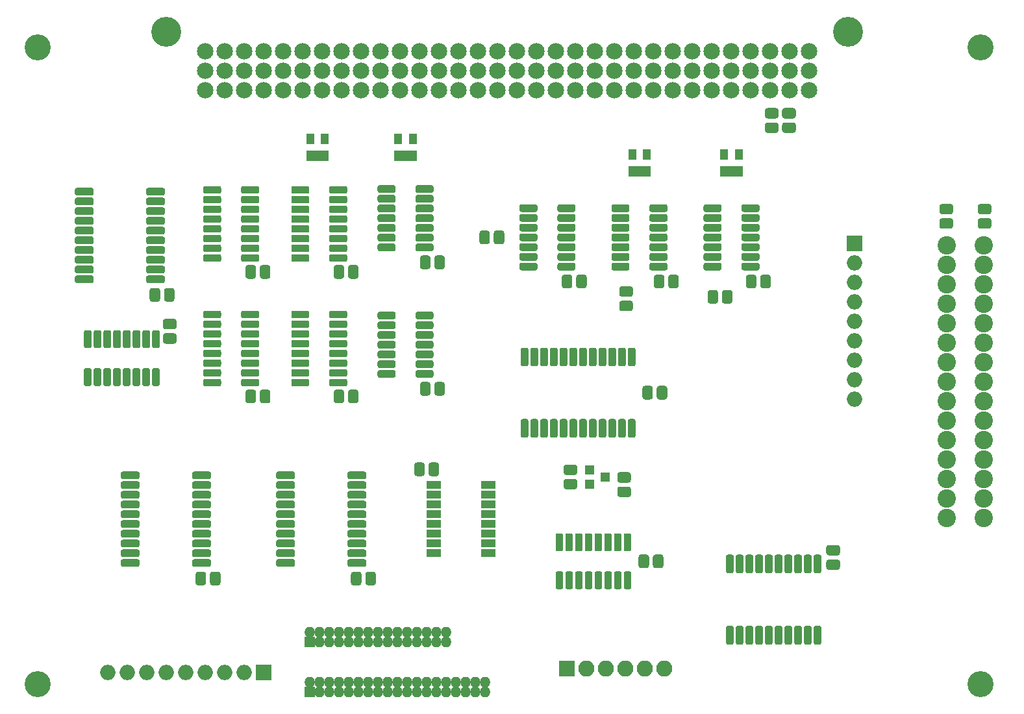
<source format=gbr>
G04 #@! TF.GenerationSoftware,KiCad,Pcbnew,(5.1.6)-1*
G04 #@! TF.CreationDate,2020-07-01T14:48:20+02:00*
G04 #@! TF.ProjectId,Project_GP8B,50726f6a-6563-4745-9f47-5038422e6b69,V5.0*
G04 #@! TF.SameCoordinates,PX3a2c940PY1e0a6e0*
G04 #@! TF.FileFunction,Soldermask,Bot*
G04 #@! TF.FilePolarity,Negative*
%FSLAX46Y46*%
G04 Gerber Fmt 4.6, Leading zero omitted, Abs format (unit mm)*
G04 Created by KiCad (PCBNEW (5.1.6)-1) date 2020-07-01 14:48:20*
%MOMM*%
%LPD*%
G01*
G04 APERTURE LIST*
%ADD10C,2.400000*%
%ADD11C,3.900000*%
%ADD12C,2.150000*%
%ADD13R,2.000000X2.000000*%
%ADD14O,2.000000X2.000000*%
%ADD15R,1.050000X1.460000*%
%ADD16R,1.900000X1.000000*%
%ADD17C,3.400000*%
%ADD18R,2.100000X2.100000*%
%ADD19O,2.100000X2.100000*%
%ADD20R,1.400000X1.400000*%
%ADD21O,1.400000X1.400000*%
%ADD22R,1.300000X1.200000*%
G04 APERTURE END LIST*
D10*
X128400000Y-30810000D03*
X123540000Y-30810000D03*
X128400000Y-33350000D03*
X123540000Y-33350000D03*
X128400000Y-35890000D03*
X123540000Y-35890000D03*
X128400000Y-38430000D03*
X123540000Y-38430000D03*
X128400000Y-40970000D03*
X123540000Y-40970000D03*
X128400000Y-43510000D03*
X123540000Y-43510000D03*
X128400000Y-46050000D03*
X123540000Y-46050000D03*
X128400000Y-48590000D03*
X123540000Y-48590000D03*
X128400000Y-51130000D03*
X123540000Y-51130000D03*
X128400000Y-53670000D03*
X123540000Y-53670000D03*
X128400000Y-56210000D03*
X123540000Y-56210000D03*
X128400000Y-58750000D03*
X123540000Y-58750000D03*
X128400000Y-61290000D03*
X123540000Y-61290000D03*
X128400000Y-63830000D03*
X123540000Y-63830000D03*
X128400000Y-66360000D03*
X123540000Y-66370000D03*
D11*
X21820000Y-2920000D03*
X110720000Y-2920000D03*
D12*
X105640000Y-10540000D03*
X103100000Y-10540000D03*
X100560000Y-10540000D03*
X98020000Y-10540000D03*
X95480000Y-10540000D03*
X92940000Y-10540000D03*
X90400000Y-10540000D03*
X87860000Y-10540000D03*
X85320000Y-10540000D03*
X82780000Y-10540000D03*
X80240000Y-10540000D03*
X77700000Y-10540000D03*
X75160000Y-10540000D03*
X72620000Y-10540000D03*
X70080000Y-10540000D03*
X67540000Y-10540000D03*
X65000000Y-10540000D03*
X62460000Y-10540000D03*
X59920000Y-10540000D03*
X57380000Y-10540000D03*
X54840000Y-10540000D03*
X52300000Y-10540000D03*
X49760000Y-10540000D03*
X47220000Y-10540000D03*
X44680000Y-10540000D03*
X42140000Y-10540000D03*
X39600000Y-10540000D03*
X37060000Y-10540000D03*
X34520000Y-10540000D03*
X31980000Y-10540000D03*
X29440000Y-10540000D03*
X26900000Y-10540000D03*
X105640000Y-8000000D03*
X103100000Y-8000000D03*
X100560000Y-8000000D03*
X98020000Y-8000000D03*
X95480000Y-8000000D03*
X92940000Y-8000000D03*
X90400000Y-8000000D03*
X87860000Y-8000000D03*
X85320000Y-8000000D03*
X82780000Y-8000000D03*
X80240000Y-8000000D03*
X77700000Y-8000000D03*
X75160000Y-8000000D03*
X72620000Y-8000000D03*
X70080000Y-8000000D03*
X67540000Y-8000000D03*
X65000000Y-8000000D03*
X62460000Y-8000000D03*
X59920000Y-8000000D03*
X57380000Y-8000000D03*
X54840000Y-8000000D03*
X52300000Y-8000000D03*
X49760000Y-8000000D03*
X47220000Y-8000000D03*
X44680000Y-8000000D03*
X42140000Y-8000000D03*
X39600000Y-8000000D03*
X37060000Y-8000000D03*
X34520000Y-8000000D03*
X31980000Y-8000000D03*
X29440000Y-8000000D03*
X26900000Y-8000000D03*
X105640000Y-5460000D03*
X103100000Y-5460000D03*
X100560000Y-5460000D03*
X98020000Y-5460000D03*
X95480000Y-5460000D03*
X92940000Y-5460000D03*
X90400000Y-5460000D03*
X87860000Y-5460000D03*
X85320000Y-5460000D03*
X82780000Y-5460000D03*
X80240000Y-5460000D03*
X77700000Y-5460000D03*
X75160000Y-5460000D03*
X72620000Y-5460000D03*
X70080000Y-5460000D03*
X67540000Y-5460000D03*
X65000000Y-5460000D03*
X62460000Y-5460000D03*
X59920000Y-5460000D03*
X57380000Y-5460000D03*
X54840000Y-5460000D03*
X52300000Y-5460000D03*
X49760000Y-5460000D03*
X47220000Y-5460000D03*
X44680000Y-5460000D03*
X42140000Y-5460000D03*
X39600000Y-5460000D03*
X37060000Y-5460000D03*
X34520000Y-5460000D03*
X31980000Y-5460000D03*
X29440000Y-5460000D03*
X26900000Y-5460000D03*
G36*
G01*
X76625000Y-34943750D02*
X76625000Y-36056250D01*
G75*
G02*
X76281250Y-36400000I-343750J0D01*
G01*
X75593750Y-36400000D01*
G75*
G02*
X75250000Y-36056250I0J343750D01*
G01*
X75250000Y-34943750D01*
G75*
G02*
X75593750Y-34600000I343750J0D01*
G01*
X76281250Y-34600000D01*
G75*
G02*
X76625000Y-34943750I0J-343750D01*
G01*
G37*
G36*
G01*
X74750000Y-34943750D02*
X74750000Y-36056250D01*
G75*
G02*
X74406250Y-36400000I-343750J0D01*
G01*
X73718750Y-36400000D01*
G75*
G02*
X73375000Y-36056250I0J343750D01*
G01*
X73375000Y-34943750D01*
G75*
G02*
X73718750Y-34600000I343750J0D01*
G01*
X74406250Y-34600000D01*
G75*
G02*
X74750000Y-34943750I0J-343750D01*
G01*
G37*
G36*
G01*
X88625000Y-34943750D02*
X88625000Y-36056250D01*
G75*
G02*
X88281250Y-36400000I-343750J0D01*
G01*
X87593750Y-36400000D01*
G75*
G02*
X87250000Y-36056250I0J343750D01*
G01*
X87250000Y-34943750D01*
G75*
G02*
X87593750Y-34600000I343750J0D01*
G01*
X88281250Y-34600000D01*
G75*
G02*
X88625000Y-34943750I0J-343750D01*
G01*
G37*
G36*
G01*
X86750000Y-34943750D02*
X86750000Y-36056250D01*
G75*
G02*
X86406250Y-36400000I-343750J0D01*
G01*
X85718750Y-36400000D01*
G75*
G02*
X85375000Y-36056250I0J343750D01*
G01*
X85375000Y-34943750D01*
G75*
G02*
X85718750Y-34600000I343750J0D01*
G01*
X86406250Y-34600000D01*
G75*
G02*
X86750000Y-34943750I0J-343750D01*
G01*
G37*
G36*
G01*
X98750000Y-34943750D02*
X98750000Y-36056250D01*
G75*
G02*
X98406250Y-36400000I-343750J0D01*
G01*
X97718750Y-36400000D01*
G75*
G02*
X97375000Y-36056250I0J343750D01*
G01*
X97375000Y-34943750D01*
G75*
G02*
X97718750Y-34600000I343750J0D01*
G01*
X98406250Y-34600000D01*
G75*
G02*
X98750000Y-34943750I0J-343750D01*
G01*
G37*
G36*
G01*
X100625000Y-34943750D02*
X100625000Y-36056250D01*
G75*
G02*
X100281250Y-36400000I-343750J0D01*
G01*
X99593750Y-36400000D01*
G75*
G02*
X99250000Y-36056250I0J343750D01*
G01*
X99250000Y-34943750D01*
G75*
G02*
X99593750Y-34600000I343750J0D01*
G01*
X100281250Y-34600000D01*
G75*
G02*
X100625000Y-34943750I0J-343750D01*
G01*
G37*
G36*
G01*
X19625000Y-37806250D02*
X19625000Y-36693750D01*
G75*
G02*
X19968750Y-36350000I343750J0D01*
G01*
X20656250Y-36350000D01*
G75*
G02*
X21000000Y-36693750I0J-343750D01*
G01*
X21000000Y-37806250D01*
G75*
G02*
X20656250Y-38150000I-343750J0D01*
G01*
X19968750Y-38150000D01*
G75*
G02*
X19625000Y-37806250I0J343750D01*
G01*
G37*
G36*
G01*
X21500000Y-37806250D02*
X21500000Y-36693750D01*
G75*
G02*
X21843750Y-36350000I343750J0D01*
G01*
X22531250Y-36350000D01*
G75*
G02*
X22875000Y-36693750I0J-343750D01*
G01*
X22875000Y-37806250D01*
G75*
G02*
X22531250Y-38150000I-343750J0D01*
G01*
X21843750Y-38150000D01*
G75*
G02*
X21500000Y-37806250I0J343750D01*
G01*
G37*
G36*
G01*
X35375000Y-49943750D02*
X35375000Y-51056250D01*
G75*
G02*
X35031250Y-51400000I-343750J0D01*
G01*
X34343750Y-51400000D01*
G75*
G02*
X34000000Y-51056250I0J343750D01*
G01*
X34000000Y-49943750D01*
G75*
G02*
X34343750Y-49600000I343750J0D01*
G01*
X35031250Y-49600000D01*
G75*
G02*
X35375000Y-49943750I0J-343750D01*
G01*
G37*
G36*
G01*
X33500000Y-49943750D02*
X33500000Y-51056250D01*
G75*
G02*
X33156250Y-51400000I-343750J0D01*
G01*
X32468750Y-51400000D01*
G75*
G02*
X32125000Y-51056250I0J343750D01*
G01*
X32125000Y-49943750D01*
G75*
G02*
X32468750Y-49600000I343750J0D01*
G01*
X33156250Y-49600000D01*
G75*
G02*
X33500000Y-49943750I0J-343750D01*
G01*
G37*
G36*
G01*
X45000000Y-49943750D02*
X45000000Y-51056250D01*
G75*
G02*
X44656250Y-51400000I-343750J0D01*
G01*
X43968750Y-51400000D01*
G75*
G02*
X43625000Y-51056250I0J343750D01*
G01*
X43625000Y-49943750D01*
G75*
G02*
X43968750Y-49600000I343750J0D01*
G01*
X44656250Y-49600000D01*
G75*
G02*
X45000000Y-49943750I0J-343750D01*
G01*
G37*
G36*
G01*
X46875000Y-49943750D02*
X46875000Y-51056250D01*
G75*
G02*
X46531250Y-51400000I-343750J0D01*
G01*
X45843750Y-51400000D01*
G75*
G02*
X45500000Y-51056250I0J343750D01*
G01*
X45500000Y-49943750D01*
G75*
G02*
X45843750Y-49600000I343750J0D01*
G01*
X46531250Y-49600000D01*
G75*
G02*
X46875000Y-49943750I0J-343750D01*
G01*
G37*
G36*
G01*
X35375000Y-33693750D02*
X35375000Y-34806250D01*
G75*
G02*
X35031250Y-35150000I-343750J0D01*
G01*
X34343750Y-35150000D01*
G75*
G02*
X34000000Y-34806250I0J343750D01*
G01*
X34000000Y-33693750D01*
G75*
G02*
X34343750Y-33350000I343750J0D01*
G01*
X35031250Y-33350000D01*
G75*
G02*
X35375000Y-33693750I0J-343750D01*
G01*
G37*
G36*
G01*
X33500000Y-33693750D02*
X33500000Y-34806250D01*
G75*
G02*
X33156250Y-35150000I-343750J0D01*
G01*
X32468750Y-35150000D01*
G75*
G02*
X32125000Y-34806250I0J343750D01*
G01*
X32125000Y-33693750D01*
G75*
G02*
X32468750Y-33350000I343750J0D01*
G01*
X33156250Y-33350000D01*
G75*
G02*
X33500000Y-33693750I0J-343750D01*
G01*
G37*
G36*
G01*
X45000000Y-33693750D02*
X45000000Y-34806250D01*
G75*
G02*
X44656250Y-35150000I-343750J0D01*
G01*
X43968750Y-35150000D01*
G75*
G02*
X43625000Y-34806250I0J343750D01*
G01*
X43625000Y-33693750D01*
G75*
G02*
X43968750Y-33350000I343750J0D01*
G01*
X44656250Y-33350000D01*
G75*
G02*
X45000000Y-33693750I0J-343750D01*
G01*
G37*
G36*
G01*
X46875000Y-33693750D02*
X46875000Y-34806250D01*
G75*
G02*
X46531250Y-35150000I-343750J0D01*
G01*
X45843750Y-35150000D01*
G75*
G02*
X45500000Y-34806250I0J343750D01*
G01*
X45500000Y-33693750D01*
G75*
G02*
X45843750Y-33350000I343750J0D01*
G01*
X46531250Y-33350000D01*
G75*
G02*
X46875000Y-33693750I0J-343750D01*
G01*
G37*
G36*
G01*
X58125000Y-32443750D02*
X58125000Y-33556250D01*
G75*
G02*
X57781250Y-33900000I-343750J0D01*
G01*
X57093750Y-33900000D01*
G75*
G02*
X56750000Y-33556250I0J343750D01*
G01*
X56750000Y-32443750D01*
G75*
G02*
X57093750Y-32100000I343750J0D01*
G01*
X57781250Y-32100000D01*
G75*
G02*
X58125000Y-32443750I0J-343750D01*
G01*
G37*
G36*
G01*
X56250000Y-32443750D02*
X56250000Y-33556250D01*
G75*
G02*
X55906250Y-33900000I-343750J0D01*
G01*
X55218750Y-33900000D01*
G75*
G02*
X54875000Y-33556250I0J343750D01*
G01*
X54875000Y-32443750D01*
G75*
G02*
X55218750Y-32100000I343750J0D01*
G01*
X55906250Y-32100000D01*
G75*
G02*
X56250000Y-32443750I0J-343750D01*
G01*
G37*
G36*
G01*
X21693750Y-42250000D02*
X22806250Y-42250000D01*
G75*
G02*
X23150000Y-42593750I0J-343750D01*
G01*
X23150000Y-43281250D01*
G75*
G02*
X22806250Y-43625000I-343750J0D01*
G01*
X21693750Y-43625000D01*
G75*
G02*
X21350000Y-43281250I0J343750D01*
G01*
X21350000Y-42593750D01*
G75*
G02*
X21693750Y-42250000I343750J0D01*
G01*
G37*
G36*
G01*
X21693750Y-40375000D02*
X22806250Y-40375000D01*
G75*
G02*
X23150000Y-40718750I0J-343750D01*
G01*
X23150000Y-41406250D01*
G75*
G02*
X22806250Y-41750000I-343750J0D01*
G01*
X21693750Y-41750000D01*
G75*
G02*
X21350000Y-41406250I0J343750D01*
G01*
X21350000Y-40718750D01*
G75*
G02*
X21693750Y-40375000I343750J0D01*
G01*
G37*
G36*
G01*
X56250000Y-48943750D02*
X56250000Y-50056250D01*
G75*
G02*
X55906250Y-50400000I-343750J0D01*
G01*
X55218750Y-50400000D01*
G75*
G02*
X54875000Y-50056250I0J343750D01*
G01*
X54875000Y-48943750D01*
G75*
G02*
X55218750Y-48600000I343750J0D01*
G01*
X55906250Y-48600000D01*
G75*
G02*
X56250000Y-48943750I0J-343750D01*
G01*
G37*
G36*
G01*
X58125000Y-48943750D02*
X58125000Y-50056250D01*
G75*
G02*
X57781250Y-50400000I-343750J0D01*
G01*
X57093750Y-50400000D01*
G75*
G02*
X56750000Y-50056250I0J343750D01*
G01*
X56750000Y-48943750D01*
G75*
G02*
X57093750Y-48600000I343750J0D01*
G01*
X57781250Y-48600000D01*
G75*
G02*
X58125000Y-48943750I0J-343750D01*
G01*
G37*
G36*
G01*
X54125000Y-60556250D02*
X54125000Y-59443750D01*
G75*
G02*
X54468750Y-59100000I343750J0D01*
G01*
X55156250Y-59100000D01*
G75*
G02*
X55500000Y-59443750I0J-343750D01*
G01*
X55500000Y-60556250D01*
G75*
G02*
X55156250Y-60900000I-343750J0D01*
G01*
X54468750Y-60900000D01*
G75*
G02*
X54125000Y-60556250I0J343750D01*
G01*
G37*
G36*
G01*
X56000000Y-60556250D02*
X56000000Y-59443750D01*
G75*
G02*
X56343750Y-59100000I343750J0D01*
G01*
X57031250Y-59100000D01*
G75*
G02*
X57375000Y-59443750I0J-343750D01*
G01*
X57375000Y-60556250D01*
G75*
G02*
X57031250Y-60900000I-343750J0D01*
G01*
X56343750Y-60900000D01*
G75*
G02*
X56000000Y-60556250I0J343750D01*
G01*
G37*
G36*
G01*
X49125000Y-73693750D02*
X49125000Y-74806250D01*
G75*
G02*
X48781250Y-75150000I-343750J0D01*
G01*
X48093750Y-75150000D01*
G75*
G02*
X47750000Y-74806250I0J343750D01*
G01*
X47750000Y-73693750D01*
G75*
G02*
X48093750Y-73350000I343750J0D01*
G01*
X48781250Y-73350000D01*
G75*
G02*
X49125000Y-73693750I0J-343750D01*
G01*
G37*
G36*
G01*
X47250000Y-73693750D02*
X47250000Y-74806250D01*
G75*
G02*
X46906250Y-75150000I-343750J0D01*
G01*
X46218750Y-75150000D01*
G75*
G02*
X45875000Y-74806250I0J343750D01*
G01*
X45875000Y-73693750D01*
G75*
G02*
X46218750Y-73350000I343750J0D01*
G01*
X46906250Y-73350000D01*
G75*
G02*
X47250000Y-73693750I0J-343750D01*
G01*
G37*
G36*
G01*
X27000000Y-73693750D02*
X27000000Y-74806250D01*
G75*
G02*
X26656250Y-75150000I-343750J0D01*
G01*
X25968750Y-75150000D01*
G75*
G02*
X25625000Y-74806250I0J343750D01*
G01*
X25625000Y-73693750D01*
G75*
G02*
X25968750Y-73350000I343750J0D01*
G01*
X26656250Y-73350000D01*
G75*
G02*
X27000000Y-73693750I0J-343750D01*
G01*
G37*
G36*
G01*
X28875000Y-73693750D02*
X28875000Y-74806250D01*
G75*
G02*
X28531250Y-75150000I-343750J0D01*
G01*
X27843750Y-75150000D01*
G75*
G02*
X27500000Y-74806250I0J343750D01*
G01*
X27500000Y-73693750D01*
G75*
G02*
X27843750Y-73350000I343750J0D01*
G01*
X28531250Y-73350000D01*
G75*
G02*
X28875000Y-73693750I0J-343750D01*
G01*
G37*
G36*
G01*
X100193750Y-14750000D02*
X101306250Y-14750000D01*
G75*
G02*
X101650000Y-15093750I0J-343750D01*
G01*
X101650000Y-15781250D01*
G75*
G02*
X101306250Y-16125000I-343750J0D01*
G01*
X100193750Y-16125000D01*
G75*
G02*
X99850000Y-15781250I0J343750D01*
G01*
X99850000Y-15093750D01*
G75*
G02*
X100193750Y-14750000I343750J0D01*
G01*
G37*
G36*
G01*
X100193750Y-12875000D02*
X101306250Y-12875000D01*
G75*
G02*
X101650000Y-13218750I0J-343750D01*
G01*
X101650000Y-13906250D01*
G75*
G02*
X101306250Y-14250000I-343750J0D01*
G01*
X100193750Y-14250000D01*
G75*
G02*
X99850000Y-13906250I0J343750D01*
G01*
X99850000Y-13218750D01*
G75*
G02*
X100193750Y-12875000I343750J0D01*
G01*
G37*
G36*
G01*
X102443750Y-12875000D02*
X103556250Y-12875000D01*
G75*
G02*
X103900000Y-13218750I0J-343750D01*
G01*
X103900000Y-13906250D01*
G75*
G02*
X103556250Y-14250000I-343750J0D01*
G01*
X102443750Y-14250000D01*
G75*
G02*
X102100000Y-13906250I0J343750D01*
G01*
X102100000Y-13218750D01*
G75*
G02*
X102443750Y-12875000I343750J0D01*
G01*
G37*
G36*
G01*
X102443750Y-14750000D02*
X103556250Y-14750000D01*
G75*
G02*
X103900000Y-15093750I0J-343750D01*
G01*
X103900000Y-15781250D01*
G75*
G02*
X103556250Y-16125000I-343750J0D01*
G01*
X102443750Y-16125000D01*
G75*
G02*
X102100000Y-15781250I0J343750D01*
G01*
X102100000Y-15093750D01*
G75*
G02*
X102443750Y-14750000I343750J0D01*
G01*
G37*
G36*
G01*
X80943750Y-60375000D02*
X82056250Y-60375000D01*
G75*
G02*
X82400000Y-60718750I0J-343750D01*
G01*
X82400000Y-61406250D01*
G75*
G02*
X82056250Y-61750000I-343750J0D01*
G01*
X80943750Y-61750000D01*
G75*
G02*
X80600000Y-61406250I0J343750D01*
G01*
X80600000Y-60718750D01*
G75*
G02*
X80943750Y-60375000I343750J0D01*
G01*
G37*
G36*
G01*
X80943750Y-62250000D02*
X82056250Y-62250000D01*
G75*
G02*
X82400000Y-62593750I0J-343750D01*
G01*
X82400000Y-63281250D01*
G75*
G02*
X82056250Y-63625000I-343750J0D01*
G01*
X80943750Y-63625000D01*
G75*
G02*
X80600000Y-63281250I0J343750D01*
G01*
X80600000Y-62593750D01*
G75*
G02*
X80943750Y-62250000I343750J0D01*
G01*
G37*
G36*
G01*
X109306250Y-71250000D02*
X108193750Y-71250000D01*
G75*
G02*
X107850000Y-70906250I0J343750D01*
G01*
X107850000Y-70218750D01*
G75*
G02*
X108193750Y-69875000I343750J0D01*
G01*
X109306250Y-69875000D01*
G75*
G02*
X109650000Y-70218750I0J-343750D01*
G01*
X109650000Y-70906250D01*
G75*
G02*
X109306250Y-71250000I-343750J0D01*
G01*
G37*
G36*
G01*
X109306250Y-73125000D02*
X108193750Y-73125000D01*
G75*
G02*
X107850000Y-72781250I0J343750D01*
G01*
X107850000Y-72093750D01*
G75*
G02*
X108193750Y-71750000I343750J0D01*
G01*
X109306250Y-71750000D01*
G75*
G02*
X109650000Y-72093750I0J-343750D01*
G01*
X109650000Y-72781250D01*
G75*
G02*
X109306250Y-73125000I-343750J0D01*
G01*
G37*
G36*
G01*
X129056250Y-28625000D02*
X127943750Y-28625000D01*
G75*
G02*
X127600000Y-28281250I0J343750D01*
G01*
X127600000Y-27593750D01*
G75*
G02*
X127943750Y-27250000I343750J0D01*
G01*
X129056250Y-27250000D01*
G75*
G02*
X129400000Y-27593750I0J-343750D01*
G01*
X129400000Y-28281250D01*
G75*
G02*
X129056250Y-28625000I-343750J0D01*
G01*
G37*
G36*
G01*
X129056250Y-26750000D02*
X127943750Y-26750000D01*
G75*
G02*
X127600000Y-26406250I0J343750D01*
G01*
X127600000Y-25718750D01*
G75*
G02*
X127943750Y-25375000I343750J0D01*
G01*
X129056250Y-25375000D01*
G75*
G02*
X129400000Y-25718750I0J-343750D01*
G01*
X129400000Y-26406250D01*
G75*
G02*
X129056250Y-26750000I-343750J0D01*
G01*
G37*
G36*
G01*
X124056250Y-26750000D02*
X122943750Y-26750000D01*
G75*
G02*
X122600000Y-26406250I0J343750D01*
G01*
X122600000Y-25718750D01*
G75*
G02*
X122943750Y-25375000I343750J0D01*
G01*
X124056250Y-25375000D01*
G75*
G02*
X124400000Y-25718750I0J-343750D01*
G01*
X124400000Y-26406250D01*
G75*
G02*
X124056250Y-26750000I-343750J0D01*
G01*
G37*
G36*
G01*
X124056250Y-28625000D02*
X122943750Y-28625000D01*
G75*
G02*
X122600000Y-28281250I0J343750D01*
G01*
X122600000Y-27593750D01*
G75*
G02*
X122943750Y-27250000I343750J0D01*
G01*
X124056250Y-27250000D01*
G75*
G02*
X124400000Y-27593750I0J-343750D01*
G01*
X124400000Y-28281250D01*
G75*
G02*
X124056250Y-28625000I-343750J0D01*
G01*
G37*
G36*
G01*
X73943750Y-61250000D02*
X75056250Y-61250000D01*
G75*
G02*
X75400000Y-61593750I0J-343750D01*
G01*
X75400000Y-62281250D01*
G75*
G02*
X75056250Y-62625000I-343750J0D01*
G01*
X73943750Y-62625000D01*
G75*
G02*
X73600000Y-62281250I0J343750D01*
G01*
X73600000Y-61593750D01*
G75*
G02*
X73943750Y-61250000I343750J0D01*
G01*
G37*
G36*
G01*
X73943750Y-59375000D02*
X75056250Y-59375000D01*
G75*
G02*
X75400000Y-59718750I0J-343750D01*
G01*
X75400000Y-60406250D01*
G75*
G02*
X75056250Y-60750000I-343750J0D01*
G01*
X73943750Y-60750000D01*
G75*
G02*
X73600000Y-60406250I0J343750D01*
G01*
X73600000Y-59718750D01*
G75*
G02*
X73943750Y-59375000I343750J0D01*
G01*
G37*
G36*
G01*
X62625000Y-30306250D02*
X62625000Y-29193750D01*
G75*
G02*
X62968750Y-28850000I343750J0D01*
G01*
X63656250Y-28850000D01*
G75*
G02*
X64000000Y-29193750I0J-343750D01*
G01*
X64000000Y-30306250D01*
G75*
G02*
X63656250Y-30650000I-343750J0D01*
G01*
X62968750Y-30650000D01*
G75*
G02*
X62625000Y-30306250I0J343750D01*
G01*
G37*
G36*
G01*
X64500000Y-30306250D02*
X64500000Y-29193750D01*
G75*
G02*
X64843750Y-28850000I343750J0D01*
G01*
X65531250Y-28850000D01*
G75*
G02*
X65875000Y-29193750I0J-343750D01*
G01*
X65875000Y-30306250D01*
G75*
G02*
X65531250Y-30650000I-343750J0D01*
G01*
X64843750Y-30650000D01*
G75*
G02*
X64500000Y-30306250I0J343750D01*
G01*
G37*
G36*
G01*
X82306250Y-37500000D02*
X81193750Y-37500000D01*
G75*
G02*
X80850000Y-37156250I0J343750D01*
G01*
X80850000Y-36468750D01*
G75*
G02*
X81193750Y-36125000I343750J0D01*
G01*
X82306250Y-36125000D01*
G75*
G02*
X82650000Y-36468750I0J-343750D01*
G01*
X82650000Y-37156250D01*
G75*
G02*
X82306250Y-37500000I-343750J0D01*
G01*
G37*
G36*
G01*
X82306250Y-39375000D02*
X81193750Y-39375000D01*
G75*
G02*
X80850000Y-39031250I0J343750D01*
G01*
X80850000Y-38343750D01*
G75*
G02*
X81193750Y-38000000I343750J0D01*
G01*
X82306250Y-38000000D01*
G75*
G02*
X82650000Y-38343750I0J-343750D01*
G01*
X82650000Y-39031250D01*
G75*
G02*
X82306250Y-39375000I-343750J0D01*
G01*
G37*
G36*
G01*
X95625000Y-36943750D02*
X95625000Y-38056250D01*
G75*
G02*
X95281250Y-38400000I-343750J0D01*
G01*
X94593750Y-38400000D01*
G75*
G02*
X94250000Y-38056250I0J343750D01*
G01*
X94250000Y-36943750D01*
G75*
G02*
X94593750Y-36600000I343750J0D01*
G01*
X95281250Y-36600000D01*
G75*
G02*
X95625000Y-36943750I0J-343750D01*
G01*
G37*
G36*
G01*
X93750000Y-36943750D02*
X93750000Y-38056250D01*
G75*
G02*
X93406250Y-38400000I-343750J0D01*
G01*
X92718750Y-38400000D01*
G75*
G02*
X92375000Y-38056250I0J343750D01*
G01*
X92375000Y-36943750D01*
G75*
G02*
X92718750Y-36600000I343750J0D01*
G01*
X93406250Y-36600000D01*
G75*
G02*
X93750000Y-36943750I0J-343750D01*
G01*
G37*
D13*
X34500000Y-86500000D03*
D14*
X31960000Y-86500000D03*
X29420000Y-86500000D03*
X26880000Y-86500000D03*
X24340000Y-86500000D03*
X21800000Y-86500000D03*
X19260000Y-86500000D03*
X16720000Y-86500000D03*
X14180000Y-86500000D03*
X111500000Y-50820000D03*
X111500000Y-48280000D03*
X111500000Y-45740000D03*
X111500000Y-43200000D03*
X111500000Y-40660000D03*
X111500000Y-38120000D03*
X111500000Y-35580000D03*
X111500000Y-33040000D03*
D13*
X111500000Y-30500000D03*
G36*
G01*
X67850000Y-33810000D02*
X67850000Y-33310000D01*
G75*
G02*
X68100000Y-33060000I250000J0D01*
G01*
X69950000Y-33060000D01*
G75*
G02*
X70200000Y-33310000I0J-250000D01*
G01*
X70200000Y-33810000D01*
G75*
G02*
X69950000Y-34060000I-250000J0D01*
G01*
X68100000Y-34060000D01*
G75*
G02*
X67850000Y-33810000I0J250000D01*
G01*
G37*
G36*
G01*
X67850000Y-32540000D02*
X67850000Y-32040000D01*
G75*
G02*
X68100000Y-31790000I250000J0D01*
G01*
X69950000Y-31790000D01*
G75*
G02*
X70200000Y-32040000I0J-250000D01*
G01*
X70200000Y-32540000D01*
G75*
G02*
X69950000Y-32790000I-250000J0D01*
G01*
X68100000Y-32790000D01*
G75*
G02*
X67850000Y-32540000I0J250000D01*
G01*
G37*
G36*
G01*
X67850000Y-31270000D02*
X67850000Y-30770000D01*
G75*
G02*
X68100000Y-30520000I250000J0D01*
G01*
X69950000Y-30520000D01*
G75*
G02*
X70200000Y-30770000I0J-250000D01*
G01*
X70200000Y-31270000D01*
G75*
G02*
X69950000Y-31520000I-250000J0D01*
G01*
X68100000Y-31520000D01*
G75*
G02*
X67850000Y-31270000I0J250000D01*
G01*
G37*
G36*
G01*
X67850000Y-30000000D02*
X67850000Y-29500000D01*
G75*
G02*
X68100000Y-29250000I250000J0D01*
G01*
X69950000Y-29250000D01*
G75*
G02*
X70200000Y-29500000I0J-250000D01*
G01*
X70200000Y-30000000D01*
G75*
G02*
X69950000Y-30250000I-250000J0D01*
G01*
X68100000Y-30250000D01*
G75*
G02*
X67850000Y-30000000I0J250000D01*
G01*
G37*
G36*
G01*
X67850000Y-28730000D02*
X67850000Y-28230000D01*
G75*
G02*
X68100000Y-27980000I250000J0D01*
G01*
X69950000Y-27980000D01*
G75*
G02*
X70200000Y-28230000I0J-250000D01*
G01*
X70200000Y-28730000D01*
G75*
G02*
X69950000Y-28980000I-250000J0D01*
G01*
X68100000Y-28980000D01*
G75*
G02*
X67850000Y-28730000I0J250000D01*
G01*
G37*
G36*
G01*
X67850000Y-27460000D02*
X67850000Y-26960000D01*
G75*
G02*
X68100000Y-26710000I250000J0D01*
G01*
X69950000Y-26710000D01*
G75*
G02*
X70200000Y-26960000I0J-250000D01*
G01*
X70200000Y-27460000D01*
G75*
G02*
X69950000Y-27710000I-250000J0D01*
G01*
X68100000Y-27710000D01*
G75*
G02*
X67850000Y-27460000I0J250000D01*
G01*
G37*
G36*
G01*
X67850000Y-26190000D02*
X67850000Y-25690000D01*
G75*
G02*
X68100000Y-25440000I250000J0D01*
G01*
X69950000Y-25440000D01*
G75*
G02*
X70200000Y-25690000I0J-250000D01*
G01*
X70200000Y-26190000D01*
G75*
G02*
X69950000Y-26440000I-250000J0D01*
G01*
X68100000Y-26440000D01*
G75*
G02*
X67850000Y-26190000I0J250000D01*
G01*
G37*
G36*
G01*
X72800000Y-26190000D02*
X72800000Y-25690000D01*
G75*
G02*
X73050000Y-25440000I250000J0D01*
G01*
X74900000Y-25440000D01*
G75*
G02*
X75150000Y-25690000I0J-250000D01*
G01*
X75150000Y-26190000D01*
G75*
G02*
X74900000Y-26440000I-250000J0D01*
G01*
X73050000Y-26440000D01*
G75*
G02*
X72800000Y-26190000I0J250000D01*
G01*
G37*
G36*
G01*
X72800000Y-27460000D02*
X72800000Y-26960000D01*
G75*
G02*
X73050000Y-26710000I250000J0D01*
G01*
X74900000Y-26710000D01*
G75*
G02*
X75150000Y-26960000I0J-250000D01*
G01*
X75150000Y-27460000D01*
G75*
G02*
X74900000Y-27710000I-250000J0D01*
G01*
X73050000Y-27710000D01*
G75*
G02*
X72800000Y-27460000I0J250000D01*
G01*
G37*
G36*
G01*
X72800000Y-28730000D02*
X72800000Y-28230000D01*
G75*
G02*
X73050000Y-27980000I250000J0D01*
G01*
X74900000Y-27980000D01*
G75*
G02*
X75150000Y-28230000I0J-250000D01*
G01*
X75150000Y-28730000D01*
G75*
G02*
X74900000Y-28980000I-250000J0D01*
G01*
X73050000Y-28980000D01*
G75*
G02*
X72800000Y-28730000I0J250000D01*
G01*
G37*
G36*
G01*
X72800000Y-30000000D02*
X72800000Y-29500000D01*
G75*
G02*
X73050000Y-29250000I250000J0D01*
G01*
X74900000Y-29250000D01*
G75*
G02*
X75150000Y-29500000I0J-250000D01*
G01*
X75150000Y-30000000D01*
G75*
G02*
X74900000Y-30250000I-250000J0D01*
G01*
X73050000Y-30250000D01*
G75*
G02*
X72800000Y-30000000I0J250000D01*
G01*
G37*
G36*
G01*
X72800000Y-31270000D02*
X72800000Y-30770000D01*
G75*
G02*
X73050000Y-30520000I250000J0D01*
G01*
X74900000Y-30520000D01*
G75*
G02*
X75150000Y-30770000I0J-250000D01*
G01*
X75150000Y-31270000D01*
G75*
G02*
X74900000Y-31520000I-250000J0D01*
G01*
X73050000Y-31520000D01*
G75*
G02*
X72800000Y-31270000I0J250000D01*
G01*
G37*
G36*
G01*
X72800000Y-32540000D02*
X72800000Y-32040000D01*
G75*
G02*
X73050000Y-31790000I250000J0D01*
G01*
X74900000Y-31790000D01*
G75*
G02*
X75150000Y-32040000I0J-250000D01*
G01*
X75150000Y-32540000D01*
G75*
G02*
X74900000Y-32790000I-250000J0D01*
G01*
X73050000Y-32790000D01*
G75*
G02*
X72800000Y-32540000I0J250000D01*
G01*
G37*
G36*
G01*
X72800000Y-33810000D02*
X72800000Y-33310000D01*
G75*
G02*
X73050000Y-33060000I250000J0D01*
G01*
X74900000Y-33060000D01*
G75*
G02*
X75150000Y-33310000I0J-250000D01*
G01*
X75150000Y-33810000D01*
G75*
G02*
X74900000Y-34060000I-250000J0D01*
G01*
X73050000Y-34060000D01*
G75*
G02*
X72800000Y-33810000I0J250000D01*
G01*
G37*
G36*
G01*
X84800000Y-33810000D02*
X84800000Y-33310000D01*
G75*
G02*
X85050000Y-33060000I250000J0D01*
G01*
X86900000Y-33060000D01*
G75*
G02*
X87150000Y-33310000I0J-250000D01*
G01*
X87150000Y-33810000D01*
G75*
G02*
X86900000Y-34060000I-250000J0D01*
G01*
X85050000Y-34060000D01*
G75*
G02*
X84800000Y-33810000I0J250000D01*
G01*
G37*
G36*
G01*
X84800000Y-32540000D02*
X84800000Y-32040000D01*
G75*
G02*
X85050000Y-31790000I250000J0D01*
G01*
X86900000Y-31790000D01*
G75*
G02*
X87150000Y-32040000I0J-250000D01*
G01*
X87150000Y-32540000D01*
G75*
G02*
X86900000Y-32790000I-250000J0D01*
G01*
X85050000Y-32790000D01*
G75*
G02*
X84800000Y-32540000I0J250000D01*
G01*
G37*
G36*
G01*
X84800000Y-31270000D02*
X84800000Y-30770000D01*
G75*
G02*
X85050000Y-30520000I250000J0D01*
G01*
X86900000Y-30520000D01*
G75*
G02*
X87150000Y-30770000I0J-250000D01*
G01*
X87150000Y-31270000D01*
G75*
G02*
X86900000Y-31520000I-250000J0D01*
G01*
X85050000Y-31520000D01*
G75*
G02*
X84800000Y-31270000I0J250000D01*
G01*
G37*
G36*
G01*
X84800000Y-30000000D02*
X84800000Y-29500000D01*
G75*
G02*
X85050000Y-29250000I250000J0D01*
G01*
X86900000Y-29250000D01*
G75*
G02*
X87150000Y-29500000I0J-250000D01*
G01*
X87150000Y-30000000D01*
G75*
G02*
X86900000Y-30250000I-250000J0D01*
G01*
X85050000Y-30250000D01*
G75*
G02*
X84800000Y-30000000I0J250000D01*
G01*
G37*
G36*
G01*
X84800000Y-28730000D02*
X84800000Y-28230000D01*
G75*
G02*
X85050000Y-27980000I250000J0D01*
G01*
X86900000Y-27980000D01*
G75*
G02*
X87150000Y-28230000I0J-250000D01*
G01*
X87150000Y-28730000D01*
G75*
G02*
X86900000Y-28980000I-250000J0D01*
G01*
X85050000Y-28980000D01*
G75*
G02*
X84800000Y-28730000I0J250000D01*
G01*
G37*
G36*
G01*
X84800000Y-27460000D02*
X84800000Y-26960000D01*
G75*
G02*
X85050000Y-26710000I250000J0D01*
G01*
X86900000Y-26710000D01*
G75*
G02*
X87150000Y-26960000I0J-250000D01*
G01*
X87150000Y-27460000D01*
G75*
G02*
X86900000Y-27710000I-250000J0D01*
G01*
X85050000Y-27710000D01*
G75*
G02*
X84800000Y-27460000I0J250000D01*
G01*
G37*
G36*
G01*
X84800000Y-26190000D02*
X84800000Y-25690000D01*
G75*
G02*
X85050000Y-25440000I250000J0D01*
G01*
X86900000Y-25440000D01*
G75*
G02*
X87150000Y-25690000I0J-250000D01*
G01*
X87150000Y-26190000D01*
G75*
G02*
X86900000Y-26440000I-250000J0D01*
G01*
X85050000Y-26440000D01*
G75*
G02*
X84800000Y-26190000I0J250000D01*
G01*
G37*
G36*
G01*
X79850000Y-26190000D02*
X79850000Y-25690000D01*
G75*
G02*
X80100000Y-25440000I250000J0D01*
G01*
X81950000Y-25440000D01*
G75*
G02*
X82200000Y-25690000I0J-250000D01*
G01*
X82200000Y-26190000D01*
G75*
G02*
X81950000Y-26440000I-250000J0D01*
G01*
X80100000Y-26440000D01*
G75*
G02*
X79850000Y-26190000I0J250000D01*
G01*
G37*
G36*
G01*
X79850000Y-27460000D02*
X79850000Y-26960000D01*
G75*
G02*
X80100000Y-26710000I250000J0D01*
G01*
X81950000Y-26710000D01*
G75*
G02*
X82200000Y-26960000I0J-250000D01*
G01*
X82200000Y-27460000D01*
G75*
G02*
X81950000Y-27710000I-250000J0D01*
G01*
X80100000Y-27710000D01*
G75*
G02*
X79850000Y-27460000I0J250000D01*
G01*
G37*
G36*
G01*
X79850000Y-28730000D02*
X79850000Y-28230000D01*
G75*
G02*
X80100000Y-27980000I250000J0D01*
G01*
X81950000Y-27980000D01*
G75*
G02*
X82200000Y-28230000I0J-250000D01*
G01*
X82200000Y-28730000D01*
G75*
G02*
X81950000Y-28980000I-250000J0D01*
G01*
X80100000Y-28980000D01*
G75*
G02*
X79850000Y-28730000I0J250000D01*
G01*
G37*
G36*
G01*
X79850000Y-30000000D02*
X79850000Y-29500000D01*
G75*
G02*
X80100000Y-29250000I250000J0D01*
G01*
X81950000Y-29250000D01*
G75*
G02*
X82200000Y-29500000I0J-250000D01*
G01*
X82200000Y-30000000D01*
G75*
G02*
X81950000Y-30250000I-250000J0D01*
G01*
X80100000Y-30250000D01*
G75*
G02*
X79850000Y-30000000I0J250000D01*
G01*
G37*
G36*
G01*
X79850000Y-31270000D02*
X79850000Y-30770000D01*
G75*
G02*
X80100000Y-30520000I250000J0D01*
G01*
X81950000Y-30520000D01*
G75*
G02*
X82200000Y-30770000I0J-250000D01*
G01*
X82200000Y-31270000D01*
G75*
G02*
X81950000Y-31520000I-250000J0D01*
G01*
X80100000Y-31520000D01*
G75*
G02*
X79850000Y-31270000I0J250000D01*
G01*
G37*
G36*
G01*
X79850000Y-32540000D02*
X79850000Y-32040000D01*
G75*
G02*
X80100000Y-31790000I250000J0D01*
G01*
X81950000Y-31790000D01*
G75*
G02*
X82200000Y-32040000I0J-250000D01*
G01*
X82200000Y-32540000D01*
G75*
G02*
X81950000Y-32790000I-250000J0D01*
G01*
X80100000Y-32790000D01*
G75*
G02*
X79850000Y-32540000I0J250000D01*
G01*
G37*
G36*
G01*
X79850000Y-33810000D02*
X79850000Y-33310000D01*
G75*
G02*
X80100000Y-33060000I250000J0D01*
G01*
X81950000Y-33060000D01*
G75*
G02*
X82200000Y-33310000I0J-250000D01*
G01*
X82200000Y-33810000D01*
G75*
G02*
X81950000Y-34060000I-250000J0D01*
G01*
X80100000Y-34060000D01*
G75*
G02*
X79850000Y-33810000I0J250000D01*
G01*
G37*
D15*
X96450000Y-21100000D03*
X95500000Y-21100000D03*
X94550000Y-21100000D03*
X94550000Y-18900000D03*
X96450000Y-18900000D03*
X84450000Y-18900000D03*
X82550000Y-18900000D03*
X82550000Y-21100000D03*
X83500000Y-21100000D03*
X84450000Y-21100000D03*
G36*
G01*
X91850000Y-33810000D02*
X91850000Y-33310000D01*
G75*
G02*
X92100000Y-33060000I250000J0D01*
G01*
X93950000Y-33060000D01*
G75*
G02*
X94200000Y-33310000I0J-250000D01*
G01*
X94200000Y-33810000D01*
G75*
G02*
X93950000Y-34060000I-250000J0D01*
G01*
X92100000Y-34060000D01*
G75*
G02*
X91850000Y-33810000I0J250000D01*
G01*
G37*
G36*
G01*
X91850000Y-32540000D02*
X91850000Y-32040000D01*
G75*
G02*
X92100000Y-31790000I250000J0D01*
G01*
X93950000Y-31790000D01*
G75*
G02*
X94200000Y-32040000I0J-250000D01*
G01*
X94200000Y-32540000D01*
G75*
G02*
X93950000Y-32790000I-250000J0D01*
G01*
X92100000Y-32790000D01*
G75*
G02*
X91850000Y-32540000I0J250000D01*
G01*
G37*
G36*
G01*
X91850000Y-31270000D02*
X91850000Y-30770000D01*
G75*
G02*
X92100000Y-30520000I250000J0D01*
G01*
X93950000Y-30520000D01*
G75*
G02*
X94200000Y-30770000I0J-250000D01*
G01*
X94200000Y-31270000D01*
G75*
G02*
X93950000Y-31520000I-250000J0D01*
G01*
X92100000Y-31520000D01*
G75*
G02*
X91850000Y-31270000I0J250000D01*
G01*
G37*
G36*
G01*
X91850000Y-30000000D02*
X91850000Y-29500000D01*
G75*
G02*
X92100000Y-29250000I250000J0D01*
G01*
X93950000Y-29250000D01*
G75*
G02*
X94200000Y-29500000I0J-250000D01*
G01*
X94200000Y-30000000D01*
G75*
G02*
X93950000Y-30250000I-250000J0D01*
G01*
X92100000Y-30250000D01*
G75*
G02*
X91850000Y-30000000I0J250000D01*
G01*
G37*
G36*
G01*
X91850000Y-28730000D02*
X91850000Y-28230000D01*
G75*
G02*
X92100000Y-27980000I250000J0D01*
G01*
X93950000Y-27980000D01*
G75*
G02*
X94200000Y-28230000I0J-250000D01*
G01*
X94200000Y-28730000D01*
G75*
G02*
X93950000Y-28980000I-250000J0D01*
G01*
X92100000Y-28980000D01*
G75*
G02*
X91850000Y-28730000I0J250000D01*
G01*
G37*
G36*
G01*
X91850000Y-27460000D02*
X91850000Y-26960000D01*
G75*
G02*
X92100000Y-26710000I250000J0D01*
G01*
X93950000Y-26710000D01*
G75*
G02*
X94200000Y-26960000I0J-250000D01*
G01*
X94200000Y-27460000D01*
G75*
G02*
X93950000Y-27710000I-250000J0D01*
G01*
X92100000Y-27710000D01*
G75*
G02*
X91850000Y-27460000I0J250000D01*
G01*
G37*
G36*
G01*
X91850000Y-26190000D02*
X91850000Y-25690000D01*
G75*
G02*
X92100000Y-25440000I250000J0D01*
G01*
X93950000Y-25440000D01*
G75*
G02*
X94200000Y-25690000I0J-250000D01*
G01*
X94200000Y-26190000D01*
G75*
G02*
X93950000Y-26440000I-250000J0D01*
G01*
X92100000Y-26440000D01*
G75*
G02*
X91850000Y-26190000I0J250000D01*
G01*
G37*
G36*
G01*
X96800000Y-26190000D02*
X96800000Y-25690000D01*
G75*
G02*
X97050000Y-25440000I250000J0D01*
G01*
X98900000Y-25440000D01*
G75*
G02*
X99150000Y-25690000I0J-250000D01*
G01*
X99150000Y-26190000D01*
G75*
G02*
X98900000Y-26440000I-250000J0D01*
G01*
X97050000Y-26440000D01*
G75*
G02*
X96800000Y-26190000I0J250000D01*
G01*
G37*
G36*
G01*
X96800000Y-27460000D02*
X96800000Y-26960000D01*
G75*
G02*
X97050000Y-26710000I250000J0D01*
G01*
X98900000Y-26710000D01*
G75*
G02*
X99150000Y-26960000I0J-250000D01*
G01*
X99150000Y-27460000D01*
G75*
G02*
X98900000Y-27710000I-250000J0D01*
G01*
X97050000Y-27710000D01*
G75*
G02*
X96800000Y-27460000I0J250000D01*
G01*
G37*
G36*
G01*
X96800000Y-28730000D02*
X96800000Y-28230000D01*
G75*
G02*
X97050000Y-27980000I250000J0D01*
G01*
X98900000Y-27980000D01*
G75*
G02*
X99150000Y-28230000I0J-250000D01*
G01*
X99150000Y-28730000D01*
G75*
G02*
X98900000Y-28980000I-250000J0D01*
G01*
X97050000Y-28980000D01*
G75*
G02*
X96800000Y-28730000I0J250000D01*
G01*
G37*
G36*
G01*
X96800000Y-30000000D02*
X96800000Y-29500000D01*
G75*
G02*
X97050000Y-29250000I250000J0D01*
G01*
X98900000Y-29250000D01*
G75*
G02*
X99150000Y-29500000I0J-250000D01*
G01*
X99150000Y-30000000D01*
G75*
G02*
X98900000Y-30250000I-250000J0D01*
G01*
X97050000Y-30250000D01*
G75*
G02*
X96800000Y-30000000I0J250000D01*
G01*
G37*
G36*
G01*
X96800000Y-31270000D02*
X96800000Y-30770000D01*
G75*
G02*
X97050000Y-30520000I250000J0D01*
G01*
X98900000Y-30520000D01*
G75*
G02*
X99150000Y-30770000I0J-250000D01*
G01*
X99150000Y-31270000D01*
G75*
G02*
X98900000Y-31520000I-250000J0D01*
G01*
X97050000Y-31520000D01*
G75*
G02*
X96800000Y-31270000I0J250000D01*
G01*
G37*
G36*
G01*
X96800000Y-32540000D02*
X96800000Y-32040000D01*
G75*
G02*
X97050000Y-31790000I250000J0D01*
G01*
X98900000Y-31790000D01*
G75*
G02*
X99150000Y-32040000I0J-250000D01*
G01*
X99150000Y-32540000D01*
G75*
G02*
X98900000Y-32790000I-250000J0D01*
G01*
X97050000Y-32790000D01*
G75*
G02*
X96800000Y-32540000I0J250000D01*
G01*
G37*
G36*
G01*
X96800000Y-33810000D02*
X96800000Y-33310000D01*
G75*
G02*
X97050000Y-33060000I250000J0D01*
G01*
X98900000Y-33060000D01*
G75*
G02*
X99150000Y-33310000I0J-250000D01*
G01*
X99150000Y-33810000D01*
G75*
G02*
X98900000Y-34060000I-250000J0D01*
G01*
X97050000Y-34060000D01*
G75*
G02*
X96800000Y-33810000I0J250000D01*
G01*
G37*
G36*
G01*
X9875000Y-35465000D02*
X9875000Y-34965000D01*
G75*
G02*
X10125000Y-34715000I250000J0D01*
G01*
X12075000Y-34715000D01*
G75*
G02*
X12325000Y-34965000I0J-250000D01*
G01*
X12325000Y-35465000D01*
G75*
G02*
X12075000Y-35715000I-250000J0D01*
G01*
X10125000Y-35715000D01*
G75*
G02*
X9875000Y-35465000I0J250000D01*
G01*
G37*
G36*
G01*
X9875000Y-34195000D02*
X9875000Y-33695000D01*
G75*
G02*
X10125000Y-33445000I250000J0D01*
G01*
X12075000Y-33445000D01*
G75*
G02*
X12325000Y-33695000I0J-250000D01*
G01*
X12325000Y-34195000D01*
G75*
G02*
X12075000Y-34445000I-250000J0D01*
G01*
X10125000Y-34445000D01*
G75*
G02*
X9875000Y-34195000I0J250000D01*
G01*
G37*
G36*
G01*
X9875000Y-32925000D02*
X9875000Y-32425000D01*
G75*
G02*
X10125000Y-32175000I250000J0D01*
G01*
X12075000Y-32175000D01*
G75*
G02*
X12325000Y-32425000I0J-250000D01*
G01*
X12325000Y-32925000D01*
G75*
G02*
X12075000Y-33175000I-250000J0D01*
G01*
X10125000Y-33175000D01*
G75*
G02*
X9875000Y-32925000I0J250000D01*
G01*
G37*
G36*
G01*
X9875000Y-31655000D02*
X9875000Y-31155000D01*
G75*
G02*
X10125000Y-30905000I250000J0D01*
G01*
X12075000Y-30905000D01*
G75*
G02*
X12325000Y-31155000I0J-250000D01*
G01*
X12325000Y-31655000D01*
G75*
G02*
X12075000Y-31905000I-250000J0D01*
G01*
X10125000Y-31905000D01*
G75*
G02*
X9875000Y-31655000I0J250000D01*
G01*
G37*
G36*
G01*
X9875000Y-30385000D02*
X9875000Y-29885000D01*
G75*
G02*
X10125000Y-29635000I250000J0D01*
G01*
X12075000Y-29635000D01*
G75*
G02*
X12325000Y-29885000I0J-250000D01*
G01*
X12325000Y-30385000D01*
G75*
G02*
X12075000Y-30635000I-250000J0D01*
G01*
X10125000Y-30635000D01*
G75*
G02*
X9875000Y-30385000I0J250000D01*
G01*
G37*
G36*
G01*
X9875000Y-29115000D02*
X9875000Y-28615000D01*
G75*
G02*
X10125000Y-28365000I250000J0D01*
G01*
X12075000Y-28365000D01*
G75*
G02*
X12325000Y-28615000I0J-250000D01*
G01*
X12325000Y-29115000D01*
G75*
G02*
X12075000Y-29365000I-250000J0D01*
G01*
X10125000Y-29365000D01*
G75*
G02*
X9875000Y-29115000I0J250000D01*
G01*
G37*
G36*
G01*
X9875000Y-27845000D02*
X9875000Y-27345000D01*
G75*
G02*
X10125000Y-27095000I250000J0D01*
G01*
X12075000Y-27095000D01*
G75*
G02*
X12325000Y-27345000I0J-250000D01*
G01*
X12325000Y-27845000D01*
G75*
G02*
X12075000Y-28095000I-250000J0D01*
G01*
X10125000Y-28095000D01*
G75*
G02*
X9875000Y-27845000I0J250000D01*
G01*
G37*
G36*
G01*
X9875000Y-26575000D02*
X9875000Y-26075000D01*
G75*
G02*
X10125000Y-25825000I250000J0D01*
G01*
X12075000Y-25825000D01*
G75*
G02*
X12325000Y-26075000I0J-250000D01*
G01*
X12325000Y-26575000D01*
G75*
G02*
X12075000Y-26825000I-250000J0D01*
G01*
X10125000Y-26825000D01*
G75*
G02*
X9875000Y-26575000I0J250000D01*
G01*
G37*
G36*
G01*
X9875000Y-25305000D02*
X9875000Y-24805000D01*
G75*
G02*
X10125000Y-24555000I250000J0D01*
G01*
X12075000Y-24555000D01*
G75*
G02*
X12325000Y-24805000I0J-250000D01*
G01*
X12325000Y-25305000D01*
G75*
G02*
X12075000Y-25555000I-250000J0D01*
G01*
X10125000Y-25555000D01*
G75*
G02*
X9875000Y-25305000I0J250000D01*
G01*
G37*
G36*
G01*
X9875000Y-24035000D02*
X9875000Y-23535000D01*
G75*
G02*
X10125000Y-23285000I250000J0D01*
G01*
X12075000Y-23285000D01*
G75*
G02*
X12325000Y-23535000I0J-250000D01*
G01*
X12325000Y-24035000D01*
G75*
G02*
X12075000Y-24285000I-250000J0D01*
G01*
X10125000Y-24285000D01*
G75*
G02*
X9875000Y-24035000I0J250000D01*
G01*
G37*
G36*
G01*
X19175000Y-24035000D02*
X19175000Y-23535000D01*
G75*
G02*
X19425000Y-23285000I250000J0D01*
G01*
X21375000Y-23285000D01*
G75*
G02*
X21625000Y-23535000I0J-250000D01*
G01*
X21625000Y-24035000D01*
G75*
G02*
X21375000Y-24285000I-250000J0D01*
G01*
X19425000Y-24285000D01*
G75*
G02*
X19175000Y-24035000I0J250000D01*
G01*
G37*
G36*
G01*
X19175000Y-25305000D02*
X19175000Y-24805000D01*
G75*
G02*
X19425000Y-24555000I250000J0D01*
G01*
X21375000Y-24555000D01*
G75*
G02*
X21625000Y-24805000I0J-250000D01*
G01*
X21625000Y-25305000D01*
G75*
G02*
X21375000Y-25555000I-250000J0D01*
G01*
X19425000Y-25555000D01*
G75*
G02*
X19175000Y-25305000I0J250000D01*
G01*
G37*
G36*
G01*
X19175000Y-26575000D02*
X19175000Y-26075000D01*
G75*
G02*
X19425000Y-25825000I250000J0D01*
G01*
X21375000Y-25825000D01*
G75*
G02*
X21625000Y-26075000I0J-250000D01*
G01*
X21625000Y-26575000D01*
G75*
G02*
X21375000Y-26825000I-250000J0D01*
G01*
X19425000Y-26825000D01*
G75*
G02*
X19175000Y-26575000I0J250000D01*
G01*
G37*
G36*
G01*
X19175000Y-27845000D02*
X19175000Y-27345000D01*
G75*
G02*
X19425000Y-27095000I250000J0D01*
G01*
X21375000Y-27095000D01*
G75*
G02*
X21625000Y-27345000I0J-250000D01*
G01*
X21625000Y-27845000D01*
G75*
G02*
X21375000Y-28095000I-250000J0D01*
G01*
X19425000Y-28095000D01*
G75*
G02*
X19175000Y-27845000I0J250000D01*
G01*
G37*
G36*
G01*
X19175000Y-29115000D02*
X19175000Y-28615000D01*
G75*
G02*
X19425000Y-28365000I250000J0D01*
G01*
X21375000Y-28365000D01*
G75*
G02*
X21625000Y-28615000I0J-250000D01*
G01*
X21625000Y-29115000D01*
G75*
G02*
X21375000Y-29365000I-250000J0D01*
G01*
X19425000Y-29365000D01*
G75*
G02*
X19175000Y-29115000I0J250000D01*
G01*
G37*
G36*
G01*
X19175000Y-30385000D02*
X19175000Y-29885000D01*
G75*
G02*
X19425000Y-29635000I250000J0D01*
G01*
X21375000Y-29635000D01*
G75*
G02*
X21625000Y-29885000I0J-250000D01*
G01*
X21625000Y-30385000D01*
G75*
G02*
X21375000Y-30635000I-250000J0D01*
G01*
X19425000Y-30635000D01*
G75*
G02*
X19175000Y-30385000I0J250000D01*
G01*
G37*
G36*
G01*
X19175000Y-31655000D02*
X19175000Y-31155000D01*
G75*
G02*
X19425000Y-30905000I250000J0D01*
G01*
X21375000Y-30905000D01*
G75*
G02*
X21625000Y-31155000I0J-250000D01*
G01*
X21625000Y-31655000D01*
G75*
G02*
X21375000Y-31905000I-250000J0D01*
G01*
X19425000Y-31905000D01*
G75*
G02*
X19175000Y-31655000I0J250000D01*
G01*
G37*
G36*
G01*
X19175000Y-32925000D02*
X19175000Y-32425000D01*
G75*
G02*
X19425000Y-32175000I250000J0D01*
G01*
X21375000Y-32175000D01*
G75*
G02*
X21625000Y-32425000I0J-250000D01*
G01*
X21625000Y-32925000D01*
G75*
G02*
X21375000Y-33175000I-250000J0D01*
G01*
X19425000Y-33175000D01*
G75*
G02*
X19175000Y-32925000I0J250000D01*
G01*
G37*
G36*
G01*
X19175000Y-34195000D02*
X19175000Y-33695000D01*
G75*
G02*
X19425000Y-33445000I250000J0D01*
G01*
X21375000Y-33445000D01*
G75*
G02*
X21625000Y-33695000I0J-250000D01*
G01*
X21625000Y-34195000D01*
G75*
G02*
X21375000Y-34445000I-250000J0D01*
G01*
X19425000Y-34445000D01*
G75*
G02*
X19175000Y-34195000I0J250000D01*
G01*
G37*
G36*
G01*
X19175000Y-35465000D02*
X19175000Y-34965000D01*
G75*
G02*
X19425000Y-34715000I250000J0D01*
G01*
X21375000Y-34715000D01*
G75*
G02*
X21625000Y-34965000I0J-250000D01*
G01*
X21625000Y-35465000D01*
G75*
G02*
X21375000Y-35715000I-250000J0D01*
G01*
X19425000Y-35715000D01*
G75*
G02*
X19175000Y-35465000I0J250000D01*
G01*
G37*
G36*
G01*
X43050000Y-48945000D02*
X43050000Y-48445000D01*
G75*
G02*
X43300000Y-48195000I250000J0D01*
G01*
X45150000Y-48195000D01*
G75*
G02*
X45400000Y-48445000I0J-250000D01*
G01*
X45400000Y-48945000D01*
G75*
G02*
X45150000Y-49195000I-250000J0D01*
G01*
X43300000Y-49195000D01*
G75*
G02*
X43050000Y-48945000I0J250000D01*
G01*
G37*
G36*
G01*
X43050000Y-47675000D02*
X43050000Y-47175000D01*
G75*
G02*
X43300000Y-46925000I250000J0D01*
G01*
X45150000Y-46925000D01*
G75*
G02*
X45400000Y-47175000I0J-250000D01*
G01*
X45400000Y-47675000D01*
G75*
G02*
X45150000Y-47925000I-250000J0D01*
G01*
X43300000Y-47925000D01*
G75*
G02*
X43050000Y-47675000I0J250000D01*
G01*
G37*
G36*
G01*
X43050000Y-46405000D02*
X43050000Y-45905000D01*
G75*
G02*
X43300000Y-45655000I250000J0D01*
G01*
X45150000Y-45655000D01*
G75*
G02*
X45400000Y-45905000I0J-250000D01*
G01*
X45400000Y-46405000D01*
G75*
G02*
X45150000Y-46655000I-250000J0D01*
G01*
X43300000Y-46655000D01*
G75*
G02*
X43050000Y-46405000I0J250000D01*
G01*
G37*
G36*
G01*
X43050000Y-45135000D02*
X43050000Y-44635000D01*
G75*
G02*
X43300000Y-44385000I250000J0D01*
G01*
X45150000Y-44385000D01*
G75*
G02*
X45400000Y-44635000I0J-250000D01*
G01*
X45400000Y-45135000D01*
G75*
G02*
X45150000Y-45385000I-250000J0D01*
G01*
X43300000Y-45385000D01*
G75*
G02*
X43050000Y-45135000I0J250000D01*
G01*
G37*
G36*
G01*
X43050000Y-43865000D02*
X43050000Y-43365000D01*
G75*
G02*
X43300000Y-43115000I250000J0D01*
G01*
X45150000Y-43115000D01*
G75*
G02*
X45400000Y-43365000I0J-250000D01*
G01*
X45400000Y-43865000D01*
G75*
G02*
X45150000Y-44115000I-250000J0D01*
G01*
X43300000Y-44115000D01*
G75*
G02*
X43050000Y-43865000I0J250000D01*
G01*
G37*
G36*
G01*
X43050000Y-42595000D02*
X43050000Y-42095000D01*
G75*
G02*
X43300000Y-41845000I250000J0D01*
G01*
X45150000Y-41845000D01*
G75*
G02*
X45400000Y-42095000I0J-250000D01*
G01*
X45400000Y-42595000D01*
G75*
G02*
X45150000Y-42845000I-250000J0D01*
G01*
X43300000Y-42845000D01*
G75*
G02*
X43050000Y-42595000I0J250000D01*
G01*
G37*
G36*
G01*
X43050000Y-41325000D02*
X43050000Y-40825000D01*
G75*
G02*
X43300000Y-40575000I250000J0D01*
G01*
X45150000Y-40575000D01*
G75*
G02*
X45400000Y-40825000I0J-250000D01*
G01*
X45400000Y-41325000D01*
G75*
G02*
X45150000Y-41575000I-250000J0D01*
G01*
X43300000Y-41575000D01*
G75*
G02*
X43050000Y-41325000I0J250000D01*
G01*
G37*
G36*
G01*
X43050000Y-40055000D02*
X43050000Y-39555000D01*
G75*
G02*
X43300000Y-39305000I250000J0D01*
G01*
X45150000Y-39305000D01*
G75*
G02*
X45400000Y-39555000I0J-250000D01*
G01*
X45400000Y-40055000D01*
G75*
G02*
X45150000Y-40305000I-250000J0D01*
G01*
X43300000Y-40305000D01*
G75*
G02*
X43050000Y-40055000I0J250000D01*
G01*
G37*
G36*
G01*
X38100000Y-40055000D02*
X38100000Y-39555000D01*
G75*
G02*
X38350000Y-39305000I250000J0D01*
G01*
X40200000Y-39305000D01*
G75*
G02*
X40450000Y-39555000I0J-250000D01*
G01*
X40450000Y-40055000D01*
G75*
G02*
X40200000Y-40305000I-250000J0D01*
G01*
X38350000Y-40305000D01*
G75*
G02*
X38100000Y-40055000I0J250000D01*
G01*
G37*
G36*
G01*
X38100000Y-41325000D02*
X38100000Y-40825000D01*
G75*
G02*
X38350000Y-40575000I250000J0D01*
G01*
X40200000Y-40575000D01*
G75*
G02*
X40450000Y-40825000I0J-250000D01*
G01*
X40450000Y-41325000D01*
G75*
G02*
X40200000Y-41575000I-250000J0D01*
G01*
X38350000Y-41575000D01*
G75*
G02*
X38100000Y-41325000I0J250000D01*
G01*
G37*
G36*
G01*
X38100000Y-42595000D02*
X38100000Y-42095000D01*
G75*
G02*
X38350000Y-41845000I250000J0D01*
G01*
X40200000Y-41845000D01*
G75*
G02*
X40450000Y-42095000I0J-250000D01*
G01*
X40450000Y-42595000D01*
G75*
G02*
X40200000Y-42845000I-250000J0D01*
G01*
X38350000Y-42845000D01*
G75*
G02*
X38100000Y-42595000I0J250000D01*
G01*
G37*
G36*
G01*
X38100000Y-43865000D02*
X38100000Y-43365000D01*
G75*
G02*
X38350000Y-43115000I250000J0D01*
G01*
X40200000Y-43115000D01*
G75*
G02*
X40450000Y-43365000I0J-250000D01*
G01*
X40450000Y-43865000D01*
G75*
G02*
X40200000Y-44115000I-250000J0D01*
G01*
X38350000Y-44115000D01*
G75*
G02*
X38100000Y-43865000I0J250000D01*
G01*
G37*
G36*
G01*
X38100000Y-45135000D02*
X38100000Y-44635000D01*
G75*
G02*
X38350000Y-44385000I250000J0D01*
G01*
X40200000Y-44385000D01*
G75*
G02*
X40450000Y-44635000I0J-250000D01*
G01*
X40450000Y-45135000D01*
G75*
G02*
X40200000Y-45385000I-250000J0D01*
G01*
X38350000Y-45385000D01*
G75*
G02*
X38100000Y-45135000I0J250000D01*
G01*
G37*
G36*
G01*
X38100000Y-46405000D02*
X38100000Y-45905000D01*
G75*
G02*
X38350000Y-45655000I250000J0D01*
G01*
X40200000Y-45655000D01*
G75*
G02*
X40450000Y-45905000I0J-250000D01*
G01*
X40450000Y-46405000D01*
G75*
G02*
X40200000Y-46655000I-250000J0D01*
G01*
X38350000Y-46655000D01*
G75*
G02*
X38100000Y-46405000I0J250000D01*
G01*
G37*
G36*
G01*
X38100000Y-47675000D02*
X38100000Y-47175000D01*
G75*
G02*
X38350000Y-46925000I250000J0D01*
G01*
X40200000Y-46925000D01*
G75*
G02*
X40450000Y-47175000I0J-250000D01*
G01*
X40450000Y-47675000D01*
G75*
G02*
X40200000Y-47925000I-250000J0D01*
G01*
X38350000Y-47925000D01*
G75*
G02*
X38100000Y-47675000I0J250000D01*
G01*
G37*
G36*
G01*
X38100000Y-48945000D02*
X38100000Y-48445000D01*
G75*
G02*
X38350000Y-48195000I250000J0D01*
G01*
X40200000Y-48195000D01*
G75*
G02*
X40450000Y-48445000I0J-250000D01*
G01*
X40450000Y-48945000D01*
G75*
G02*
X40200000Y-49195000I-250000J0D01*
G01*
X38350000Y-49195000D01*
G75*
G02*
X38100000Y-48945000I0J250000D01*
G01*
G37*
G36*
G01*
X26600000Y-48945000D02*
X26600000Y-48445000D01*
G75*
G02*
X26850000Y-48195000I250000J0D01*
G01*
X28700000Y-48195000D01*
G75*
G02*
X28950000Y-48445000I0J-250000D01*
G01*
X28950000Y-48945000D01*
G75*
G02*
X28700000Y-49195000I-250000J0D01*
G01*
X26850000Y-49195000D01*
G75*
G02*
X26600000Y-48945000I0J250000D01*
G01*
G37*
G36*
G01*
X26600000Y-47675000D02*
X26600000Y-47175000D01*
G75*
G02*
X26850000Y-46925000I250000J0D01*
G01*
X28700000Y-46925000D01*
G75*
G02*
X28950000Y-47175000I0J-250000D01*
G01*
X28950000Y-47675000D01*
G75*
G02*
X28700000Y-47925000I-250000J0D01*
G01*
X26850000Y-47925000D01*
G75*
G02*
X26600000Y-47675000I0J250000D01*
G01*
G37*
G36*
G01*
X26600000Y-46405000D02*
X26600000Y-45905000D01*
G75*
G02*
X26850000Y-45655000I250000J0D01*
G01*
X28700000Y-45655000D01*
G75*
G02*
X28950000Y-45905000I0J-250000D01*
G01*
X28950000Y-46405000D01*
G75*
G02*
X28700000Y-46655000I-250000J0D01*
G01*
X26850000Y-46655000D01*
G75*
G02*
X26600000Y-46405000I0J250000D01*
G01*
G37*
G36*
G01*
X26600000Y-45135000D02*
X26600000Y-44635000D01*
G75*
G02*
X26850000Y-44385000I250000J0D01*
G01*
X28700000Y-44385000D01*
G75*
G02*
X28950000Y-44635000I0J-250000D01*
G01*
X28950000Y-45135000D01*
G75*
G02*
X28700000Y-45385000I-250000J0D01*
G01*
X26850000Y-45385000D01*
G75*
G02*
X26600000Y-45135000I0J250000D01*
G01*
G37*
G36*
G01*
X26600000Y-43865000D02*
X26600000Y-43365000D01*
G75*
G02*
X26850000Y-43115000I250000J0D01*
G01*
X28700000Y-43115000D01*
G75*
G02*
X28950000Y-43365000I0J-250000D01*
G01*
X28950000Y-43865000D01*
G75*
G02*
X28700000Y-44115000I-250000J0D01*
G01*
X26850000Y-44115000D01*
G75*
G02*
X26600000Y-43865000I0J250000D01*
G01*
G37*
G36*
G01*
X26600000Y-42595000D02*
X26600000Y-42095000D01*
G75*
G02*
X26850000Y-41845000I250000J0D01*
G01*
X28700000Y-41845000D01*
G75*
G02*
X28950000Y-42095000I0J-250000D01*
G01*
X28950000Y-42595000D01*
G75*
G02*
X28700000Y-42845000I-250000J0D01*
G01*
X26850000Y-42845000D01*
G75*
G02*
X26600000Y-42595000I0J250000D01*
G01*
G37*
G36*
G01*
X26600000Y-41325000D02*
X26600000Y-40825000D01*
G75*
G02*
X26850000Y-40575000I250000J0D01*
G01*
X28700000Y-40575000D01*
G75*
G02*
X28950000Y-40825000I0J-250000D01*
G01*
X28950000Y-41325000D01*
G75*
G02*
X28700000Y-41575000I-250000J0D01*
G01*
X26850000Y-41575000D01*
G75*
G02*
X26600000Y-41325000I0J250000D01*
G01*
G37*
G36*
G01*
X26600000Y-40055000D02*
X26600000Y-39555000D01*
G75*
G02*
X26850000Y-39305000I250000J0D01*
G01*
X28700000Y-39305000D01*
G75*
G02*
X28950000Y-39555000I0J-250000D01*
G01*
X28950000Y-40055000D01*
G75*
G02*
X28700000Y-40305000I-250000J0D01*
G01*
X26850000Y-40305000D01*
G75*
G02*
X26600000Y-40055000I0J250000D01*
G01*
G37*
G36*
G01*
X31550000Y-40055000D02*
X31550000Y-39555000D01*
G75*
G02*
X31800000Y-39305000I250000J0D01*
G01*
X33650000Y-39305000D01*
G75*
G02*
X33900000Y-39555000I0J-250000D01*
G01*
X33900000Y-40055000D01*
G75*
G02*
X33650000Y-40305000I-250000J0D01*
G01*
X31800000Y-40305000D01*
G75*
G02*
X31550000Y-40055000I0J250000D01*
G01*
G37*
G36*
G01*
X31550000Y-41325000D02*
X31550000Y-40825000D01*
G75*
G02*
X31800000Y-40575000I250000J0D01*
G01*
X33650000Y-40575000D01*
G75*
G02*
X33900000Y-40825000I0J-250000D01*
G01*
X33900000Y-41325000D01*
G75*
G02*
X33650000Y-41575000I-250000J0D01*
G01*
X31800000Y-41575000D01*
G75*
G02*
X31550000Y-41325000I0J250000D01*
G01*
G37*
G36*
G01*
X31550000Y-42595000D02*
X31550000Y-42095000D01*
G75*
G02*
X31800000Y-41845000I250000J0D01*
G01*
X33650000Y-41845000D01*
G75*
G02*
X33900000Y-42095000I0J-250000D01*
G01*
X33900000Y-42595000D01*
G75*
G02*
X33650000Y-42845000I-250000J0D01*
G01*
X31800000Y-42845000D01*
G75*
G02*
X31550000Y-42595000I0J250000D01*
G01*
G37*
G36*
G01*
X31550000Y-43865000D02*
X31550000Y-43365000D01*
G75*
G02*
X31800000Y-43115000I250000J0D01*
G01*
X33650000Y-43115000D01*
G75*
G02*
X33900000Y-43365000I0J-250000D01*
G01*
X33900000Y-43865000D01*
G75*
G02*
X33650000Y-44115000I-250000J0D01*
G01*
X31800000Y-44115000D01*
G75*
G02*
X31550000Y-43865000I0J250000D01*
G01*
G37*
G36*
G01*
X31550000Y-45135000D02*
X31550000Y-44635000D01*
G75*
G02*
X31800000Y-44385000I250000J0D01*
G01*
X33650000Y-44385000D01*
G75*
G02*
X33900000Y-44635000I0J-250000D01*
G01*
X33900000Y-45135000D01*
G75*
G02*
X33650000Y-45385000I-250000J0D01*
G01*
X31800000Y-45385000D01*
G75*
G02*
X31550000Y-45135000I0J250000D01*
G01*
G37*
G36*
G01*
X31550000Y-46405000D02*
X31550000Y-45905000D01*
G75*
G02*
X31800000Y-45655000I250000J0D01*
G01*
X33650000Y-45655000D01*
G75*
G02*
X33900000Y-45905000I0J-250000D01*
G01*
X33900000Y-46405000D01*
G75*
G02*
X33650000Y-46655000I-250000J0D01*
G01*
X31800000Y-46655000D01*
G75*
G02*
X31550000Y-46405000I0J250000D01*
G01*
G37*
G36*
G01*
X31550000Y-47675000D02*
X31550000Y-47175000D01*
G75*
G02*
X31800000Y-46925000I250000J0D01*
G01*
X33650000Y-46925000D01*
G75*
G02*
X33900000Y-47175000I0J-250000D01*
G01*
X33900000Y-47675000D01*
G75*
G02*
X33650000Y-47925000I-250000J0D01*
G01*
X31800000Y-47925000D01*
G75*
G02*
X31550000Y-47675000I0J250000D01*
G01*
G37*
G36*
G01*
X31550000Y-48945000D02*
X31550000Y-48445000D01*
G75*
G02*
X31800000Y-48195000I250000J0D01*
G01*
X33650000Y-48195000D01*
G75*
G02*
X33900000Y-48445000I0J-250000D01*
G01*
X33900000Y-48945000D01*
G75*
G02*
X33650000Y-49195000I-250000J0D01*
G01*
X31800000Y-49195000D01*
G75*
G02*
X31550000Y-48945000I0J250000D01*
G01*
G37*
X42450000Y-16900000D03*
X40550000Y-16900000D03*
X40550000Y-19100000D03*
X41500000Y-19100000D03*
X42450000Y-19100000D03*
G36*
G01*
X38100000Y-32695000D02*
X38100000Y-32195000D01*
G75*
G02*
X38350000Y-31945000I250000J0D01*
G01*
X40200000Y-31945000D01*
G75*
G02*
X40450000Y-32195000I0J-250000D01*
G01*
X40450000Y-32695000D01*
G75*
G02*
X40200000Y-32945000I-250000J0D01*
G01*
X38350000Y-32945000D01*
G75*
G02*
X38100000Y-32695000I0J250000D01*
G01*
G37*
G36*
G01*
X38100000Y-31425000D02*
X38100000Y-30925000D01*
G75*
G02*
X38350000Y-30675000I250000J0D01*
G01*
X40200000Y-30675000D01*
G75*
G02*
X40450000Y-30925000I0J-250000D01*
G01*
X40450000Y-31425000D01*
G75*
G02*
X40200000Y-31675000I-250000J0D01*
G01*
X38350000Y-31675000D01*
G75*
G02*
X38100000Y-31425000I0J250000D01*
G01*
G37*
G36*
G01*
X38100000Y-30155000D02*
X38100000Y-29655000D01*
G75*
G02*
X38350000Y-29405000I250000J0D01*
G01*
X40200000Y-29405000D01*
G75*
G02*
X40450000Y-29655000I0J-250000D01*
G01*
X40450000Y-30155000D01*
G75*
G02*
X40200000Y-30405000I-250000J0D01*
G01*
X38350000Y-30405000D01*
G75*
G02*
X38100000Y-30155000I0J250000D01*
G01*
G37*
G36*
G01*
X38100000Y-28885000D02*
X38100000Y-28385000D01*
G75*
G02*
X38350000Y-28135000I250000J0D01*
G01*
X40200000Y-28135000D01*
G75*
G02*
X40450000Y-28385000I0J-250000D01*
G01*
X40450000Y-28885000D01*
G75*
G02*
X40200000Y-29135000I-250000J0D01*
G01*
X38350000Y-29135000D01*
G75*
G02*
X38100000Y-28885000I0J250000D01*
G01*
G37*
G36*
G01*
X38100000Y-27615000D02*
X38100000Y-27115000D01*
G75*
G02*
X38350000Y-26865000I250000J0D01*
G01*
X40200000Y-26865000D01*
G75*
G02*
X40450000Y-27115000I0J-250000D01*
G01*
X40450000Y-27615000D01*
G75*
G02*
X40200000Y-27865000I-250000J0D01*
G01*
X38350000Y-27865000D01*
G75*
G02*
X38100000Y-27615000I0J250000D01*
G01*
G37*
G36*
G01*
X38100000Y-26345000D02*
X38100000Y-25845000D01*
G75*
G02*
X38350000Y-25595000I250000J0D01*
G01*
X40200000Y-25595000D01*
G75*
G02*
X40450000Y-25845000I0J-250000D01*
G01*
X40450000Y-26345000D01*
G75*
G02*
X40200000Y-26595000I-250000J0D01*
G01*
X38350000Y-26595000D01*
G75*
G02*
X38100000Y-26345000I0J250000D01*
G01*
G37*
G36*
G01*
X38100000Y-25075000D02*
X38100000Y-24575000D01*
G75*
G02*
X38350000Y-24325000I250000J0D01*
G01*
X40200000Y-24325000D01*
G75*
G02*
X40450000Y-24575000I0J-250000D01*
G01*
X40450000Y-25075000D01*
G75*
G02*
X40200000Y-25325000I-250000J0D01*
G01*
X38350000Y-25325000D01*
G75*
G02*
X38100000Y-25075000I0J250000D01*
G01*
G37*
G36*
G01*
X38100000Y-23805000D02*
X38100000Y-23305000D01*
G75*
G02*
X38350000Y-23055000I250000J0D01*
G01*
X40200000Y-23055000D01*
G75*
G02*
X40450000Y-23305000I0J-250000D01*
G01*
X40450000Y-23805000D01*
G75*
G02*
X40200000Y-24055000I-250000J0D01*
G01*
X38350000Y-24055000D01*
G75*
G02*
X38100000Y-23805000I0J250000D01*
G01*
G37*
G36*
G01*
X43050000Y-23805000D02*
X43050000Y-23305000D01*
G75*
G02*
X43300000Y-23055000I250000J0D01*
G01*
X45150000Y-23055000D01*
G75*
G02*
X45400000Y-23305000I0J-250000D01*
G01*
X45400000Y-23805000D01*
G75*
G02*
X45150000Y-24055000I-250000J0D01*
G01*
X43300000Y-24055000D01*
G75*
G02*
X43050000Y-23805000I0J250000D01*
G01*
G37*
G36*
G01*
X43050000Y-25075000D02*
X43050000Y-24575000D01*
G75*
G02*
X43300000Y-24325000I250000J0D01*
G01*
X45150000Y-24325000D01*
G75*
G02*
X45400000Y-24575000I0J-250000D01*
G01*
X45400000Y-25075000D01*
G75*
G02*
X45150000Y-25325000I-250000J0D01*
G01*
X43300000Y-25325000D01*
G75*
G02*
X43050000Y-25075000I0J250000D01*
G01*
G37*
G36*
G01*
X43050000Y-26345000D02*
X43050000Y-25845000D01*
G75*
G02*
X43300000Y-25595000I250000J0D01*
G01*
X45150000Y-25595000D01*
G75*
G02*
X45400000Y-25845000I0J-250000D01*
G01*
X45400000Y-26345000D01*
G75*
G02*
X45150000Y-26595000I-250000J0D01*
G01*
X43300000Y-26595000D01*
G75*
G02*
X43050000Y-26345000I0J250000D01*
G01*
G37*
G36*
G01*
X43050000Y-27615000D02*
X43050000Y-27115000D01*
G75*
G02*
X43300000Y-26865000I250000J0D01*
G01*
X45150000Y-26865000D01*
G75*
G02*
X45400000Y-27115000I0J-250000D01*
G01*
X45400000Y-27615000D01*
G75*
G02*
X45150000Y-27865000I-250000J0D01*
G01*
X43300000Y-27865000D01*
G75*
G02*
X43050000Y-27615000I0J250000D01*
G01*
G37*
G36*
G01*
X43050000Y-28885000D02*
X43050000Y-28385000D01*
G75*
G02*
X43300000Y-28135000I250000J0D01*
G01*
X45150000Y-28135000D01*
G75*
G02*
X45400000Y-28385000I0J-250000D01*
G01*
X45400000Y-28885000D01*
G75*
G02*
X45150000Y-29135000I-250000J0D01*
G01*
X43300000Y-29135000D01*
G75*
G02*
X43050000Y-28885000I0J250000D01*
G01*
G37*
G36*
G01*
X43050000Y-30155000D02*
X43050000Y-29655000D01*
G75*
G02*
X43300000Y-29405000I250000J0D01*
G01*
X45150000Y-29405000D01*
G75*
G02*
X45400000Y-29655000I0J-250000D01*
G01*
X45400000Y-30155000D01*
G75*
G02*
X45150000Y-30405000I-250000J0D01*
G01*
X43300000Y-30405000D01*
G75*
G02*
X43050000Y-30155000I0J250000D01*
G01*
G37*
G36*
G01*
X43050000Y-31425000D02*
X43050000Y-30925000D01*
G75*
G02*
X43300000Y-30675000I250000J0D01*
G01*
X45150000Y-30675000D01*
G75*
G02*
X45400000Y-30925000I0J-250000D01*
G01*
X45400000Y-31425000D01*
G75*
G02*
X45150000Y-31675000I-250000J0D01*
G01*
X43300000Y-31675000D01*
G75*
G02*
X43050000Y-31425000I0J250000D01*
G01*
G37*
G36*
G01*
X43050000Y-32695000D02*
X43050000Y-32195000D01*
G75*
G02*
X43300000Y-31945000I250000J0D01*
G01*
X45150000Y-31945000D01*
G75*
G02*
X45400000Y-32195000I0J-250000D01*
G01*
X45400000Y-32695000D01*
G75*
G02*
X45150000Y-32945000I-250000J0D01*
G01*
X43300000Y-32945000D01*
G75*
G02*
X43050000Y-32695000I0J250000D01*
G01*
G37*
X53950000Y-19100000D03*
X53000000Y-19100000D03*
X52050000Y-19100000D03*
X52050000Y-16900000D03*
X53950000Y-16900000D03*
G36*
G01*
X31550000Y-32695000D02*
X31550000Y-32195000D01*
G75*
G02*
X31800000Y-31945000I250000J0D01*
G01*
X33650000Y-31945000D01*
G75*
G02*
X33900000Y-32195000I0J-250000D01*
G01*
X33900000Y-32695000D01*
G75*
G02*
X33650000Y-32945000I-250000J0D01*
G01*
X31800000Y-32945000D01*
G75*
G02*
X31550000Y-32695000I0J250000D01*
G01*
G37*
G36*
G01*
X31550000Y-31425000D02*
X31550000Y-30925000D01*
G75*
G02*
X31800000Y-30675000I250000J0D01*
G01*
X33650000Y-30675000D01*
G75*
G02*
X33900000Y-30925000I0J-250000D01*
G01*
X33900000Y-31425000D01*
G75*
G02*
X33650000Y-31675000I-250000J0D01*
G01*
X31800000Y-31675000D01*
G75*
G02*
X31550000Y-31425000I0J250000D01*
G01*
G37*
G36*
G01*
X31550000Y-30155000D02*
X31550000Y-29655000D01*
G75*
G02*
X31800000Y-29405000I250000J0D01*
G01*
X33650000Y-29405000D01*
G75*
G02*
X33900000Y-29655000I0J-250000D01*
G01*
X33900000Y-30155000D01*
G75*
G02*
X33650000Y-30405000I-250000J0D01*
G01*
X31800000Y-30405000D01*
G75*
G02*
X31550000Y-30155000I0J250000D01*
G01*
G37*
G36*
G01*
X31550000Y-28885000D02*
X31550000Y-28385000D01*
G75*
G02*
X31800000Y-28135000I250000J0D01*
G01*
X33650000Y-28135000D01*
G75*
G02*
X33900000Y-28385000I0J-250000D01*
G01*
X33900000Y-28885000D01*
G75*
G02*
X33650000Y-29135000I-250000J0D01*
G01*
X31800000Y-29135000D01*
G75*
G02*
X31550000Y-28885000I0J250000D01*
G01*
G37*
G36*
G01*
X31550000Y-27615000D02*
X31550000Y-27115000D01*
G75*
G02*
X31800000Y-26865000I250000J0D01*
G01*
X33650000Y-26865000D01*
G75*
G02*
X33900000Y-27115000I0J-250000D01*
G01*
X33900000Y-27615000D01*
G75*
G02*
X33650000Y-27865000I-250000J0D01*
G01*
X31800000Y-27865000D01*
G75*
G02*
X31550000Y-27615000I0J250000D01*
G01*
G37*
G36*
G01*
X31550000Y-26345000D02*
X31550000Y-25845000D01*
G75*
G02*
X31800000Y-25595000I250000J0D01*
G01*
X33650000Y-25595000D01*
G75*
G02*
X33900000Y-25845000I0J-250000D01*
G01*
X33900000Y-26345000D01*
G75*
G02*
X33650000Y-26595000I-250000J0D01*
G01*
X31800000Y-26595000D01*
G75*
G02*
X31550000Y-26345000I0J250000D01*
G01*
G37*
G36*
G01*
X31550000Y-25075000D02*
X31550000Y-24575000D01*
G75*
G02*
X31800000Y-24325000I250000J0D01*
G01*
X33650000Y-24325000D01*
G75*
G02*
X33900000Y-24575000I0J-250000D01*
G01*
X33900000Y-25075000D01*
G75*
G02*
X33650000Y-25325000I-250000J0D01*
G01*
X31800000Y-25325000D01*
G75*
G02*
X31550000Y-25075000I0J250000D01*
G01*
G37*
G36*
G01*
X31550000Y-23805000D02*
X31550000Y-23305000D01*
G75*
G02*
X31800000Y-23055000I250000J0D01*
G01*
X33650000Y-23055000D01*
G75*
G02*
X33900000Y-23305000I0J-250000D01*
G01*
X33900000Y-23805000D01*
G75*
G02*
X33650000Y-24055000I-250000J0D01*
G01*
X31800000Y-24055000D01*
G75*
G02*
X31550000Y-23805000I0J250000D01*
G01*
G37*
G36*
G01*
X26600000Y-23805000D02*
X26600000Y-23305000D01*
G75*
G02*
X26850000Y-23055000I250000J0D01*
G01*
X28700000Y-23055000D01*
G75*
G02*
X28950000Y-23305000I0J-250000D01*
G01*
X28950000Y-23805000D01*
G75*
G02*
X28700000Y-24055000I-250000J0D01*
G01*
X26850000Y-24055000D01*
G75*
G02*
X26600000Y-23805000I0J250000D01*
G01*
G37*
G36*
G01*
X26600000Y-25075000D02*
X26600000Y-24575000D01*
G75*
G02*
X26850000Y-24325000I250000J0D01*
G01*
X28700000Y-24325000D01*
G75*
G02*
X28950000Y-24575000I0J-250000D01*
G01*
X28950000Y-25075000D01*
G75*
G02*
X28700000Y-25325000I-250000J0D01*
G01*
X26850000Y-25325000D01*
G75*
G02*
X26600000Y-25075000I0J250000D01*
G01*
G37*
G36*
G01*
X26600000Y-26345000D02*
X26600000Y-25845000D01*
G75*
G02*
X26850000Y-25595000I250000J0D01*
G01*
X28700000Y-25595000D01*
G75*
G02*
X28950000Y-25845000I0J-250000D01*
G01*
X28950000Y-26345000D01*
G75*
G02*
X28700000Y-26595000I-250000J0D01*
G01*
X26850000Y-26595000D01*
G75*
G02*
X26600000Y-26345000I0J250000D01*
G01*
G37*
G36*
G01*
X26600000Y-27615000D02*
X26600000Y-27115000D01*
G75*
G02*
X26850000Y-26865000I250000J0D01*
G01*
X28700000Y-26865000D01*
G75*
G02*
X28950000Y-27115000I0J-250000D01*
G01*
X28950000Y-27615000D01*
G75*
G02*
X28700000Y-27865000I-250000J0D01*
G01*
X26850000Y-27865000D01*
G75*
G02*
X26600000Y-27615000I0J250000D01*
G01*
G37*
G36*
G01*
X26600000Y-28885000D02*
X26600000Y-28385000D01*
G75*
G02*
X26850000Y-28135000I250000J0D01*
G01*
X28700000Y-28135000D01*
G75*
G02*
X28950000Y-28385000I0J-250000D01*
G01*
X28950000Y-28885000D01*
G75*
G02*
X28700000Y-29135000I-250000J0D01*
G01*
X26850000Y-29135000D01*
G75*
G02*
X26600000Y-28885000I0J250000D01*
G01*
G37*
G36*
G01*
X26600000Y-30155000D02*
X26600000Y-29655000D01*
G75*
G02*
X26850000Y-29405000I250000J0D01*
G01*
X28700000Y-29405000D01*
G75*
G02*
X28950000Y-29655000I0J-250000D01*
G01*
X28950000Y-30155000D01*
G75*
G02*
X28700000Y-30405000I-250000J0D01*
G01*
X26850000Y-30405000D01*
G75*
G02*
X26600000Y-30155000I0J250000D01*
G01*
G37*
G36*
G01*
X26600000Y-31425000D02*
X26600000Y-30925000D01*
G75*
G02*
X26850000Y-30675000I250000J0D01*
G01*
X28700000Y-30675000D01*
G75*
G02*
X28950000Y-30925000I0J-250000D01*
G01*
X28950000Y-31425000D01*
G75*
G02*
X28700000Y-31675000I-250000J0D01*
G01*
X26850000Y-31675000D01*
G75*
G02*
X26600000Y-31425000I0J250000D01*
G01*
G37*
G36*
G01*
X26600000Y-32695000D02*
X26600000Y-32195000D01*
G75*
G02*
X26850000Y-31945000I250000J0D01*
G01*
X28700000Y-31945000D01*
G75*
G02*
X28950000Y-32195000I0J-250000D01*
G01*
X28950000Y-32695000D01*
G75*
G02*
X28700000Y-32945000I-250000J0D01*
G01*
X26850000Y-32945000D01*
G75*
G02*
X26600000Y-32695000I0J250000D01*
G01*
G37*
G36*
G01*
X49350000Y-31310000D02*
X49350000Y-30810000D01*
G75*
G02*
X49600000Y-30560000I250000J0D01*
G01*
X51450000Y-30560000D01*
G75*
G02*
X51700000Y-30810000I0J-250000D01*
G01*
X51700000Y-31310000D01*
G75*
G02*
X51450000Y-31560000I-250000J0D01*
G01*
X49600000Y-31560000D01*
G75*
G02*
X49350000Y-31310000I0J250000D01*
G01*
G37*
G36*
G01*
X49350000Y-30040000D02*
X49350000Y-29540000D01*
G75*
G02*
X49600000Y-29290000I250000J0D01*
G01*
X51450000Y-29290000D01*
G75*
G02*
X51700000Y-29540000I0J-250000D01*
G01*
X51700000Y-30040000D01*
G75*
G02*
X51450000Y-30290000I-250000J0D01*
G01*
X49600000Y-30290000D01*
G75*
G02*
X49350000Y-30040000I0J250000D01*
G01*
G37*
G36*
G01*
X49350000Y-28770000D02*
X49350000Y-28270000D01*
G75*
G02*
X49600000Y-28020000I250000J0D01*
G01*
X51450000Y-28020000D01*
G75*
G02*
X51700000Y-28270000I0J-250000D01*
G01*
X51700000Y-28770000D01*
G75*
G02*
X51450000Y-29020000I-250000J0D01*
G01*
X49600000Y-29020000D01*
G75*
G02*
X49350000Y-28770000I0J250000D01*
G01*
G37*
G36*
G01*
X49350000Y-27500000D02*
X49350000Y-27000000D01*
G75*
G02*
X49600000Y-26750000I250000J0D01*
G01*
X51450000Y-26750000D01*
G75*
G02*
X51700000Y-27000000I0J-250000D01*
G01*
X51700000Y-27500000D01*
G75*
G02*
X51450000Y-27750000I-250000J0D01*
G01*
X49600000Y-27750000D01*
G75*
G02*
X49350000Y-27500000I0J250000D01*
G01*
G37*
G36*
G01*
X49350000Y-26230000D02*
X49350000Y-25730000D01*
G75*
G02*
X49600000Y-25480000I250000J0D01*
G01*
X51450000Y-25480000D01*
G75*
G02*
X51700000Y-25730000I0J-250000D01*
G01*
X51700000Y-26230000D01*
G75*
G02*
X51450000Y-26480000I-250000J0D01*
G01*
X49600000Y-26480000D01*
G75*
G02*
X49350000Y-26230000I0J250000D01*
G01*
G37*
G36*
G01*
X49350000Y-24960000D02*
X49350000Y-24460000D01*
G75*
G02*
X49600000Y-24210000I250000J0D01*
G01*
X51450000Y-24210000D01*
G75*
G02*
X51700000Y-24460000I0J-250000D01*
G01*
X51700000Y-24960000D01*
G75*
G02*
X51450000Y-25210000I-250000J0D01*
G01*
X49600000Y-25210000D01*
G75*
G02*
X49350000Y-24960000I0J250000D01*
G01*
G37*
G36*
G01*
X49350000Y-23690000D02*
X49350000Y-23190000D01*
G75*
G02*
X49600000Y-22940000I250000J0D01*
G01*
X51450000Y-22940000D01*
G75*
G02*
X51700000Y-23190000I0J-250000D01*
G01*
X51700000Y-23690000D01*
G75*
G02*
X51450000Y-23940000I-250000J0D01*
G01*
X49600000Y-23940000D01*
G75*
G02*
X49350000Y-23690000I0J250000D01*
G01*
G37*
G36*
G01*
X54300000Y-23690000D02*
X54300000Y-23190000D01*
G75*
G02*
X54550000Y-22940000I250000J0D01*
G01*
X56400000Y-22940000D01*
G75*
G02*
X56650000Y-23190000I0J-250000D01*
G01*
X56650000Y-23690000D01*
G75*
G02*
X56400000Y-23940000I-250000J0D01*
G01*
X54550000Y-23940000D01*
G75*
G02*
X54300000Y-23690000I0J250000D01*
G01*
G37*
G36*
G01*
X54300000Y-24960000D02*
X54300000Y-24460000D01*
G75*
G02*
X54550000Y-24210000I250000J0D01*
G01*
X56400000Y-24210000D01*
G75*
G02*
X56650000Y-24460000I0J-250000D01*
G01*
X56650000Y-24960000D01*
G75*
G02*
X56400000Y-25210000I-250000J0D01*
G01*
X54550000Y-25210000D01*
G75*
G02*
X54300000Y-24960000I0J250000D01*
G01*
G37*
G36*
G01*
X54300000Y-26230000D02*
X54300000Y-25730000D01*
G75*
G02*
X54550000Y-25480000I250000J0D01*
G01*
X56400000Y-25480000D01*
G75*
G02*
X56650000Y-25730000I0J-250000D01*
G01*
X56650000Y-26230000D01*
G75*
G02*
X56400000Y-26480000I-250000J0D01*
G01*
X54550000Y-26480000D01*
G75*
G02*
X54300000Y-26230000I0J250000D01*
G01*
G37*
G36*
G01*
X54300000Y-27500000D02*
X54300000Y-27000000D01*
G75*
G02*
X54550000Y-26750000I250000J0D01*
G01*
X56400000Y-26750000D01*
G75*
G02*
X56650000Y-27000000I0J-250000D01*
G01*
X56650000Y-27500000D01*
G75*
G02*
X56400000Y-27750000I-250000J0D01*
G01*
X54550000Y-27750000D01*
G75*
G02*
X54300000Y-27500000I0J250000D01*
G01*
G37*
G36*
G01*
X54300000Y-28770000D02*
X54300000Y-28270000D01*
G75*
G02*
X54550000Y-28020000I250000J0D01*
G01*
X56400000Y-28020000D01*
G75*
G02*
X56650000Y-28270000I0J-250000D01*
G01*
X56650000Y-28770000D01*
G75*
G02*
X56400000Y-29020000I-250000J0D01*
G01*
X54550000Y-29020000D01*
G75*
G02*
X54300000Y-28770000I0J250000D01*
G01*
G37*
G36*
G01*
X54300000Y-30040000D02*
X54300000Y-29540000D01*
G75*
G02*
X54550000Y-29290000I250000J0D01*
G01*
X56400000Y-29290000D01*
G75*
G02*
X56650000Y-29540000I0J-250000D01*
G01*
X56650000Y-30040000D01*
G75*
G02*
X56400000Y-30290000I-250000J0D01*
G01*
X54550000Y-30290000D01*
G75*
G02*
X54300000Y-30040000I0J250000D01*
G01*
G37*
G36*
G01*
X54300000Y-31310000D02*
X54300000Y-30810000D01*
G75*
G02*
X54550000Y-30560000I250000J0D01*
G01*
X56400000Y-30560000D01*
G75*
G02*
X56650000Y-30810000I0J-250000D01*
G01*
X56650000Y-31310000D01*
G75*
G02*
X56400000Y-31560000I-250000J0D01*
G01*
X54550000Y-31560000D01*
G75*
G02*
X54300000Y-31310000I0J250000D01*
G01*
G37*
G36*
G01*
X20695000Y-49150000D02*
X20195000Y-49150000D01*
G75*
G02*
X19945000Y-48900000I0J250000D01*
G01*
X19945000Y-47050000D01*
G75*
G02*
X20195000Y-46800000I250000J0D01*
G01*
X20695000Y-46800000D01*
G75*
G02*
X20945000Y-47050000I0J-250000D01*
G01*
X20945000Y-48900000D01*
G75*
G02*
X20695000Y-49150000I-250000J0D01*
G01*
G37*
G36*
G01*
X19425000Y-49150000D02*
X18925000Y-49150000D01*
G75*
G02*
X18675000Y-48900000I0J250000D01*
G01*
X18675000Y-47050000D01*
G75*
G02*
X18925000Y-46800000I250000J0D01*
G01*
X19425000Y-46800000D01*
G75*
G02*
X19675000Y-47050000I0J-250000D01*
G01*
X19675000Y-48900000D01*
G75*
G02*
X19425000Y-49150000I-250000J0D01*
G01*
G37*
G36*
G01*
X18155000Y-49150000D02*
X17655000Y-49150000D01*
G75*
G02*
X17405000Y-48900000I0J250000D01*
G01*
X17405000Y-47050000D01*
G75*
G02*
X17655000Y-46800000I250000J0D01*
G01*
X18155000Y-46800000D01*
G75*
G02*
X18405000Y-47050000I0J-250000D01*
G01*
X18405000Y-48900000D01*
G75*
G02*
X18155000Y-49150000I-250000J0D01*
G01*
G37*
G36*
G01*
X16885000Y-49150000D02*
X16385000Y-49150000D01*
G75*
G02*
X16135000Y-48900000I0J250000D01*
G01*
X16135000Y-47050000D01*
G75*
G02*
X16385000Y-46800000I250000J0D01*
G01*
X16885000Y-46800000D01*
G75*
G02*
X17135000Y-47050000I0J-250000D01*
G01*
X17135000Y-48900000D01*
G75*
G02*
X16885000Y-49150000I-250000J0D01*
G01*
G37*
G36*
G01*
X15615000Y-49150000D02*
X15115000Y-49150000D01*
G75*
G02*
X14865000Y-48900000I0J250000D01*
G01*
X14865000Y-47050000D01*
G75*
G02*
X15115000Y-46800000I250000J0D01*
G01*
X15615000Y-46800000D01*
G75*
G02*
X15865000Y-47050000I0J-250000D01*
G01*
X15865000Y-48900000D01*
G75*
G02*
X15615000Y-49150000I-250000J0D01*
G01*
G37*
G36*
G01*
X14345000Y-49150000D02*
X13845000Y-49150000D01*
G75*
G02*
X13595000Y-48900000I0J250000D01*
G01*
X13595000Y-47050000D01*
G75*
G02*
X13845000Y-46800000I250000J0D01*
G01*
X14345000Y-46800000D01*
G75*
G02*
X14595000Y-47050000I0J-250000D01*
G01*
X14595000Y-48900000D01*
G75*
G02*
X14345000Y-49150000I-250000J0D01*
G01*
G37*
G36*
G01*
X13075000Y-49150000D02*
X12575000Y-49150000D01*
G75*
G02*
X12325000Y-48900000I0J250000D01*
G01*
X12325000Y-47050000D01*
G75*
G02*
X12575000Y-46800000I250000J0D01*
G01*
X13075000Y-46800000D01*
G75*
G02*
X13325000Y-47050000I0J-250000D01*
G01*
X13325000Y-48900000D01*
G75*
G02*
X13075000Y-49150000I-250000J0D01*
G01*
G37*
G36*
G01*
X11805000Y-49150000D02*
X11305000Y-49150000D01*
G75*
G02*
X11055000Y-48900000I0J250000D01*
G01*
X11055000Y-47050000D01*
G75*
G02*
X11305000Y-46800000I250000J0D01*
G01*
X11805000Y-46800000D01*
G75*
G02*
X12055000Y-47050000I0J-250000D01*
G01*
X12055000Y-48900000D01*
G75*
G02*
X11805000Y-49150000I-250000J0D01*
G01*
G37*
G36*
G01*
X11805000Y-44200000D02*
X11305000Y-44200000D01*
G75*
G02*
X11055000Y-43950000I0J250000D01*
G01*
X11055000Y-42100000D01*
G75*
G02*
X11305000Y-41850000I250000J0D01*
G01*
X11805000Y-41850000D01*
G75*
G02*
X12055000Y-42100000I0J-250000D01*
G01*
X12055000Y-43950000D01*
G75*
G02*
X11805000Y-44200000I-250000J0D01*
G01*
G37*
G36*
G01*
X13075000Y-44200000D02*
X12575000Y-44200000D01*
G75*
G02*
X12325000Y-43950000I0J250000D01*
G01*
X12325000Y-42100000D01*
G75*
G02*
X12575000Y-41850000I250000J0D01*
G01*
X13075000Y-41850000D01*
G75*
G02*
X13325000Y-42100000I0J-250000D01*
G01*
X13325000Y-43950000D01*
G75*
G02*
X13075000Y-44200000I-250000J0D01*
G01*
G37*
G36*
G01*
X14345000Y-44200000D02*
X13845000Y-44200000D01*
G75*
G02*
X13595000Y-43950000I0J250000D01*
G01*
X13595000Y-42100000D01*
G75*
G02*
X13845000Y-41850000I250000J0D01*
G01*
X14345000Y-41850000D01*
G75*
G02*
X14595000Y-42100000I0J-250000D01*
G01*
X14595000Y-43950000D01*
G75*
G02*
X14345000Y-44200000I-250000J0D01*
G01*
G37*
G36*
G01*
X15615000Y-44200000D02*
X15115000Y-44200000D01*
G75*
G02*
X14865000Y-43950000I0J250000D01*
G01*
X14865000Y-42100000D01*
G75*
G02*
X15115000Y-41850000I250000J0D01*
G01*
X15615000Y-41850000D01*
G75*
G02*
X15865000Y-42100000I0J-250000D01*
G01*
X15865000Y-43950000D01*
G75*
G02*
X15615000Y-44200000I-250000J0D01*
G01*
G37*
G36*
G01*
X16885000Y-44200000D02*
X16385000Y-44200000D01*
G75*
G02*
X16135000Y-43950000I0J250000D01*
G01*
X16135000Y-42100000D01*
G75*
G02*
X16385000Y-41850000I250000J0D01*
G01*
X16885000Y-41850000D01*
G75*
G02*
X17135000Y-42100000I0J-250000D01*
G01*
X17135000Y-43950000D01*
G75*
G02*
X16885000Y-44200000I-250000J0D01*
G01*
G37*
G36*
G01*
X18155000Y-44200000D02*
X17655000Y-44200000D01*
G75*
G02*
X17405000Y-43950000I0J250000D01*
G01*
X17405000Y-42100000D01*
G75*
G02*
X17655000Y-41850000I250000J0D01*
G01*
X18155000Y-41850000D01*
G75*
G02*
X18405000Y-42100000I0J-250000D01*
G01*
X18405000Y-43950000D01*
G75*
G02*
X18155000Y-44200000I-250000J0D01*
G01*
G37*
G36*
G01*
X19425000Y-44200000D02*
X18925000Y-44200000D01*
G75*
G02*
X18675000Y-43950000I0J250000D01*
G01*
X18675000Y-42100000D01*
G75*
G02*
X18925000Y-41850000I250000J0D01*
G01*
X19425000Y-41850000D01*
G75*
G02*
X19675000Y-42100000I0J-250000D01*
G01*
X19675000Y-43950000D01*
G75*
G02*
X19425000Y-44200000I-250000J0D01*
G01*
G37*
G36*
G01*
X20695000Y-44200000D02*
X20195000Y-44200000D01*
G75*
G02*
X19945000Y-43950000I0J250000D01*
G01*
X19945000Y-42100000D01*
G75*
G02*
X20195000Y-41850000I250000J0D01*
G01*
X20695000Y-41850000D01*
G75*
G02*
X20945000Y-42100000I0J-250000D01*
G01*
X20945000Y-43950000D01*
G75*
G02*
X20695000Y-44200000I-250000J0D01*
G01*
G37*
G36*
G01*
X54300000Y-47810000D02*
X54300000Y-47310000D01*
G75*
G02*
X54550000Y-47060000I250000J0D01*
G01*
X56400000Y-47060000D01*
G75*
G02*
X56650000Y-47310000I0J-250000D01*
G01*
X56650000Y-47810000D01*
G75*
G02*
X56400000Y-48060000I-250000J0D01*
G01*
X54550000Y-48060000D01*
G75*
G02*
X54300000Y-47810000I0J250000D01*
G01*
G37*
G36*
G01*
X54300000Y-46540000D02*
X54300000Y-46040000D01*
G75*
G02*
X54550000Y-45790000I250000J0D01*
G01*
X56400000Y-45790000D01*
G75*
G02*
X56650000Y-46040000I0J-250000D01*
G01*
X56650000Y-46540000D01*
G75*
G02*
X56400000Y-46790000I-250000J0D01*
G01*
X54550000Y-46790000D01*
G75*
G02*
X54300000Y-46540000I0J250000D01*
G01*
G37*
G36*
G01*
X54300000Y-45270000D02*
X54300000Y-44770000D01*
G75*
G02*
X54550000Y-44520000I250000J0D01*
G01*
X56400000Y-44520000D01*
G75*
G02*
X56650000Y-44770000I0J-250000D01*
G01*
X56650000Y-45270000D01*
G75*
G02*
X56400000Y-45520000I-250000J0D01*
G01*
X54550000Y-45520000D01*
G75*
G02*
X54300000Y-45270000I0J250000D01*
G01*
G37*
G36*
G01*
X54300000Y-44000000D02*
X54300000Y-43500000D01*
G75*
G02*
X54550000Y-43250000I250000J0D01*
G01*
X56400000Y-43250000D01*
G75*
G02*
X56650000Y-43500000I0J-250000D01*
G01*
X56650000Y-44000000D01*
G75*
G02*
X56400000Y-44250000I-250000J0D01*
G01*
X54550000Y-44250000D01*
G75*
G02*
X54300000Y-44000000I0J250000D01*
G01*
G37*
G36*
G01*
X54300000Y-42730000D02*
X54300000Y-42230000D01*
G75*
G02*
X54550000Y-41980000I250000J0D01*
G01*
X56400000Y-41980000D01*
G75*
G02*
X56650000Y-42230000I0J-250000D01*
G01*
X56650000Y-42730000D01*
G75*
G02*
X56400000Y-42980000I-250000J0D01*
G01*
X54550000Y-42980000D01*
G75*
G02*
X54300000Y-42730000I0J250000D01*
G01*
G37*
G36*
G01*
X54300000Y-41460000D02*
X54300000Y-40960000D01*
G75*
G02*
X54550000Y-40710000I250000J0D01*
G01*
X56400000Y-40710000D01*
G75*
G02*
X56650000Y-40960000I0J-250000D01*
G01*
X56650000Y-41460000D01*
G75*
G02*
X56400000Y-41710000I-250000J0D01*
G01*
X54550000Y-41710000D01*
G75*
G02*
X54300000Y-41460000I0J250000D01*
G01*
G37*
G36*
G01*
X54300000Y-40190000D02*
X54300000Y-39690000D01*
G75*
G02*
X54550000Y-39440000I250000J0D01*
G01*
X56400000Y-39440000D01*
G75*
G02*
X56650000Y-39690000I0J-250000D01*
G01*
X56650000Y-40190000D01*
G75*
G02*
X56400000Y-40440000I-250000J0D01*
G01*
X54550000Y-40440000D01*
G75*
G02*
X54300000Y-40190000I0J250000D01*
G01*
G37*
G36*
G01*
X49350000Y-40190000D02*
X49350000Y-39690000D01*
G75*
G02*
X49600000Y-39440000I250000J0D01*
G01*
X51450000Y-39440000D01*
G75*
G02*
X51700000Y-39690000I0J-250000D01*
G01*
X51700000Y-40190000D01*
G75*
G02*
X51450000Y-40440000I-250000J0D01*
G01*
X49600000Y-40440000D01*
G75*
G02*
X49350000Y-40190000I0J250000D01*
G01*
G37*
G36*
G01*
X49350000Y-41460000D02*
X49350000Y-40960000D01*
G75*
G02*
X49600000Y-40710000I250000J0D01*
G01*
X51450000Y-40710000D01*
G75*
G02*
X51700000Y-40960000I0J-250000D01*
G01*
X51700000Y-41460000D01*
G75*
G02*
X51450000Y-41710000I-250000J0D01*
G01*
X49600000Y-41710000D01*
G75*
G02*
X49350000Y-41460000I0J250000D01*
G01*
G37*
G36*
G01*
X49350000Y-42730000D02*
X49350000Y-42230000D01*
G75*
G02*
X49600000Y-41980000I250000J0D01*
G01*
X51450000Y-41980000D01*
G75*
G02*
X51700000Y-42230000I0J-250000D01*
G01*
X51700000Y-42730000D01*
G75*
G02*
X51450000Y-42980000I-250000J0D01*
G01*
X49600000Y-42980000D01*
G75*
G02*
X49350000Y-42730000I0J250000D01*
G01*
G37*
G36*
G01*
X49350000Y-44000000D02*
X49350000Y-43500000D01*
G75*
G02*
X49600000Y-43250000I250000J0D01*
G01*
X51450000Y-43250000D01*
G75*
G02*
X51700000Y-43500000I0J-250000D01*
G01*
X51700000Y-44000000D01*
G75*
G02*
X51450000Y-44250000I-250000J0D01*
G01*
X49600000Y-44250000D01*
G75*
G02*
X49350000Y-44000000I0J250000D01*
G01*
G37*
G36*
G01*
X49350000Y-45270000D02*
X49350000Y-44770000D01*
G75*
G02*
X49600000Y-44520000I250000J0D01*
G01*
X51450000Y-44520000D01*
G75*
G02*
X51700000Y-44770000I0J-250000D01*
G01*
X51700000Y-45270000D01*
G75*
G02*
X51450000Y-45520000I-250000J0D01*
G01*
X49600000Y-45520000D01*
G75*
G02*
X49350000Y-45270000I0J250000D01*
G01*
G37*
G36*
G01*
X49350000Y-46540000D02*
X49350000Y-46040000D01*
G75*
G02*
X49600000Y-45790000I250000J0D01*
G01*
X51450000Y-45790000D01*
G75*
G02*
X51700000Y-46040000I0J-250000D01*
G01*
X51700000Y-46540000D01*
G75*
G02*
X51450000Y-46790000I-250000J0D01*
G01*
X49600000Y-46790000D01*
G75*
G02*
X49350000Y-46540000I0J250000D01*
G01*
G37*
G36*
G01*
X49350000Y-47810000D02*
X49350000Y-47310000D01*
G75*
G02*
X49600000Y-47060000I250000J0D01*
G01*
X51450000Y-47060000D01*
G75*
G02*
X51700000Y-47310000I0J-250000D01*
G01*
X51700000Y-47810000D01*
G75*
G02*
X51450000Y-48060000I-250000J0D01*
G01*
X49600000Y-48060000D01*
G75*
G02*
X49350000Y-47810000I0J250000D01*
G01*
G37*
D16*
X63800000Y-62055000D03*
X63800000Y-63325000D03*
X63800000Y-64595000D03*
X63800000Y-65865000D03*
X63800000Y-67135000D03*
X63800000Y-68405000D03*
X63800000Y-69675000D03*
X63800000Y-70945000D03*
X56700000Y-70945000D03*
X56700000Y-69675000D03*
X56700000Y-68405000D03*
X56700000Y-67135000D03*
X56700000Y-65865000D03*
X56700000Y-64595000D03*
X56700000Y-63325000D03*
X56700000Y-62055000D03*
G36*
G01*
X106965000Y-82875000D02*
X106465000Y-82875000D01*
G75*
G02*
X106215000Y-82625000I0J250000D01*
G01*
X106215000Y-80675000D01*
G75*
G02*
X106465000Y-80425000I250000J0D01*
G01*
X106965000Y-80425000D01*
G75*
G02*
X107215000Y-80675000I0J-250000D01*
G01*
X107215000Y-82625000D01*
G75*
G02*
X106965000Y-82875000I-250000J0D01*
G01*
G37*
G36*
G01*
X105695000Y-82875000D02*
X105195000Y-82875000D01*
G75*
G02*
X104945000Y-82625000I0J250000D01*
G01*
X104945000Y-80675000D01*
G75*
G02*
X105195000Y-80425000I250000J0D01*
G01*
X105695000Y-80425000D01*
G75*
G02*
X105945000Y-80675000I0J-250000D01*
G01*
X105945000Y-82625000D01*
G75*
G02*
X105695000Y-82875000I-250000J0D01*
G01*
G37*
G36*
G01*
X104425000Y-82875000D02*
X103925000Y-82875000D01*
G75*
G02*
X103675000Y-82625000I0J250000D01*
G01*
X103675000Y-80675000D01*
G75*
G02*
X103925000Y-80425000I250000J0D01*
G01*
X104425000Y-80425000D01*
G75*
G02*
X104675000Y-80675000I0J-250000D01*
G01*
X104675000Y-82625000D01*
G75*
G02*
X104425000Y-82875000I-250000J0D01*
G01*
G37*
G36*
G01*
X103155000Y-82875000D02*
X102655000Y-82875000D01*
G75*
G02*
X102405000Y-82625000I0J250000D01*
G01*
X102405000Y-80675000D01*
G75*
G02*
X102655000Y-80425000I250000J0D01*
G01*
X103155000Y-80425000D01*
G75*
G02*
X103405000Y-80675000I0J-250000D01*
G01*
X103405000Y-82625000D01*
G75*
G02*
X103155000Y-82875000I-250000J0D01*
G01*
G37*
G36*
G01*
X101885000Y-82875000D02*
X101385000Y-82875000D01*
G75*
G02*
X101135000Y-82625000I0J250000D01*
G01*
X101135000Y-80675000D01*
G75*
G02*
X101385000Y-80425000I250000J0D01*
G01*
X101885000Y-80425000D01*
G75*
G02*
X102135000Y-80675000I0J-250000D01*
G01*
X102135000Y-82625000D01*
G75*
G02*
X101885000Y-82875000I-250000J0D01*
G01*
G37*
G36*
G01*
X100615000Y-82875000D02*
X100115000Y-82875000D01*
G75*
G02*
X99865000Y-82625000I0J250000D01*
G01*
X99865000Y-80675000D01*
G75*
G02*
X100115000Y-80425000I250000J0D01*
G01*
X100615000Y-80425000D01*
G75*
G02*
X100865000Y-80675000I0J-250000D01*
G01*
X100865000Y-82625000D01*
G75*
G02*
X100615000Y-82875000I-250000J0D01*
G01*
G37*
G36*
G01*
X99345000Y-82875000D02*
X98845000Y-82875000D01*
G75*
G02*
X98595000Y-82625000I0J250000D01*
G01*
X98595000Y-80675000D01*
G75*
G02*
X98845000Y-80425000I250000J0D01*
G01*
X99345000Y-80425000D01*
G75*
G02*
X99595000Y-80675000I0J-250000D01*
G01*
X99595000Y-82625000D01*
G75*
G02*
X99345000Y-82875000I-250000J0D01*
G01*
G37*
G36*
G01*
X98075000Y-82875000D02*
X97575000Y-82875000D01*
G75*
G02*
X97325000Y-82625000I0J250000D01*
G01*
X97325000Y-80675000D01*
G75*
G02*
X97575000Y-80425000I250000J0D01*
G01*
X98075000Y-80425000D01*
G75*
G02*
X98325000Y-80675000I0J-250000D01*
G01*
X98325000Y-82625000D01*
G75*
G02*
X98075000Y-82875000I-250000J0D01*
G01*
G37*
G36*
G01*
X96805000Y-82875000D02*
X96305000Y-82875000D01*
G75*
G02*
X96055000Y-82625000I0J250000D01*
G01*
X96055000Y-80675000D01*
G75*
G02*
X96305000Y-80425000I250000J0D01*
G01*
X96805000Y-80425000D01*
G75*
G02*
X97055000Y-80675000I0J-250000D01*
G01*
X97055000Y-82625000D01*
G75*
G02*
X96805000Y-82875000I-250000J0D01*
G01*
G37*
G36*
G01*
X95535000Y-82875000D02*
X95035000Y-82875000D01*
G75*
G02*
X94785000Y-82625000I0J250000D01*
G01*
X94785000Y-80675000D01*
G75*
G02*
X95035000Y-80425000I250000J0D01*
G01*
X95535000Y-80425000D01*
G75*
G02*
X95785000Y-80675000I0J-250000D01*
G01*
X95785000Y-82625000D01*
G75*
G02*
X95535000Y-82875000I-250000J0D01*
G01*
G37*
G36*
G01*
X95535000Y-73575000D02*
X95035000Y-73575000D01*
G75*
G02*
X94785000Y-73325000I0J250000D01*
G01*
X94785000Y-71375000D01*
G75*
G02*
X95035000Y-71125000I250000J0D01*
G01*
X95535000Y-71125000D01*
G75*
G02*
X95785000Y-71375000I0J-250000D01*
G01*
X95785000Y-73325000D01*
G75*
G02*
X95535000Y-73575000I-250000J0D01*
G01*
G37*
G36*
G01*
X96805000Y-73575000D02*
X96305000Y-73575000D01*
G75*
G02*
X96055000Y-73325000I0J250000D01*
G01*
X96055000Y-71375000D01*
G75*
G02*
X96305000Y-71125000I250000J0D01*
G01*
X96805000Y-71125000D01*
G75*
G02*
X97055000Y-71375000I0J-250000D01*
G01*
X97055000Y-73325000D01*
G75*
G02*
X96805000Y-73575000I-250000J0D01*
G01*
G37*
G36*
G01*
X98075000Y-73575000D02*
X97575000Y-73575000D01*
G75*
G02*
X97325000Y-73325000I0J250000D01*
G01*
X97325000Y-71375000D01*
G75*
G02*
X97575000Y-71125000I250000J0D01*
G01*
X98075000Y-71125000D01*
G75*
G02*
X98325000Y-71375000I0J-250000D01*
G01*
X98325000Y-73325000D01*
G75*
G02*
X98075000Y-73575000I-250000J0D01*
G01*
G37*
G36*
G01*
X99345000Y-73575000D02*
X98845000Y-73575000D01*
G75*
G02*
X98595000Y-73325000I0J250000D01*
G01*
X98595000Y-71375000D01*
G75*
G02*
X98845000Y-71125000I250000J0D01*
G01*
X99345000Y-71125000D01*
G75*
G02*
X99595000Y-71375000I0J-250000D01*
G01*
X99595000Y-73325000D01*
G75*
G02*
X99345000Y-73575000I-250000J0D01*
G01*
G37*
G36*
G01*
X100615000Y-73575000D02*
X100115000Y-73575000D01*
G75*
G02*
X99865000Y-73325000I0J250000D01*
G01*
X99865000Y-71375000D01*
G75*
G02*
X100115000Y-71125000I250000J0D01*
G01*
X100615000Y-71125000D01*
G75*
G02*
X100865000Y-71375000I0J-250000D01*
G01*
X100865000Y-73325000D01*
G75*
G02*
X100615000Y-73575000I-250000J0D01*
G01*
G37*
G36*
G01*
X101885000Y-73575000D02*
X101385000Y-73575000D01*
G75*
G02*
X101135000Y-73325000I0J250000D01*
G01*
X101135000Y-71375000D01*
G75*
G02*
X101385000Y-71125000I250000J0D01*
G01*
X101885000Y-71125000D01*
G75*
G02*
X102135000Y-71375000I0J-250000D01*
G01*
X102135000Y-73325000D01*
G75*
G02*
X101885000Y-73575000I-250000J0D01*
G01*
G37*
G36*
G01*
X103155000Y-73575000D02*
X102655000Y-73575000D01*
G75*
G02*
X102405000Y-73325000I0J250000D01*
G01*
X102405000Y-71375000D01*
G75*
G02*
X102655000Y-71125000I250000J0D01*
G01*
X103155000Y-71125000D01*
G75*
G02*
X103405000Y-71375000I0J-250000D01*
G01*
X103405000Y-73325000D01*
G75*
G02*
X103155000Y-73575000I-250000J0D01*
G01*
G37*
G36*
G01*
X104425000Y-73575000D02*
X103925000Y-73575000D01*
G75*
G02*
X103675000Y-73325000I0J250000D01*
G01*
X103675000Y-71375000D01*
G75*
G02*
X103925000Y-71125000I250000J0D01*
G01*
X104425000Y-71125000D01*
G75*
G02*
X104675000Y-71375000I0J-250000D01*
G01*
X104675000Y-73325000D01*
G75*
G02*
X104425000Y-73575000I-250000J0D01*
G01*
G37*
G36*
G01*
X105695000Y-73575000D02*
X105195000Y-73575000D01*
G75*
G02*
X104945000Y-73325000I0J250000D01*
G01*
X104945000Y-71375000D01*
G75*
G02*
X105195000Y-71125000I250000J0D01*
G01*
X105695000Y-71125000D01*
G75*
G02*
X105945000Y-71375000I0J-250000D01*
G01*
X105945000Y-73325000D01*
G75*
G02*
X105695000Y-73575000I-250000J0D01*
G01*
G37*
G36*
G01*
X106965000Y-73575000D02*
X106465000Y-73575000D01*
G75*
G02*
X106215000Y-73325000I0J250000D01*
G01*
X106215000Y-71375000D01*
G75*
G02*
X106465000Y-71125000I250000J0D01*
G01*
X106965000Y-71125000D01*
G75*
G02*
X107215000Y-71375000I0J-250000D01*
G01*
X107215000Y-73325000D01*
G75*
G02*
X106965000Y-73575000I-250000J0D01*
G01*
G37*
G36*
G01*
X15875000Y-72465000D02*
X15875000Y-71965000D01*
G75*
G02*
X16125000Y-71715000I250000J0D01*
G01*
X18075000Y-71715000D01*
G75*
G02*
X18325000Y-71965000I0J-250000D01*
G01*
X18325000Y-72465000D01*
G75*
G02*
X18075000Y-72715000I-250000J0D01*
G01*
X16125000Y-72715000D01*
G75*
G02*
X15875000Y-72465000I0J250000D01*
G01*
G37*
G36*
G01*
X15875000Y-71195000D02*
X15875000Y-70695000D01*
G75*
G02*
X16125000Y-70445000I250000J0D01*
G01*
X18075000Y-70445000D01*
G75*
G02*
X18325000Y-70695000I0J-250000D01*
G01*
X18325000Y-71195000D01*
G75*
G02*
X18075000Y-71445000I-250000J0D01*
G01*
X16125000Y-71445000D01*
G75*
G02*
X15875000Y-71195000I0J250000D01*
G01*
G37*
G36*
G01*
X15875000Y-69925000D02*
X15875000Y-69425000D01*
G75*
G02*
X16125000Y-69175000I250000J0D01*
G01*
X18075000Y-69175000D01*
G75*
G02*
X18325000Y-69425000I0J-250000D01*
G01*
X18325000Y-69925000D01*
G75*
G02*
X18075000Y-70175000I-250000J0D01*
G01*
X16125000Y-70175000D01*
G75*
G02*
X15875000Y-69925000I0J250000D01*
G01*
G37*
G36*
G01*
X15875000Y-68655000D02*
X15875000Y-68155000D01*
G75*
G02*
X16125000Y-67905000I250000J0D01*
G01*
X18075000Y-67905000D01*
G75*
G02*
X18325000Y-68155000I0J-250000D01*
G01*
X18325000Y-68655000D01*
G75*
G02*
X18075000Y-68905000I-250000J0D01*
G01*
X16125000Y-68905000D01*
G75*
G02*
X15875000Y-68655000I0J250000D01*
G01*
G37*
G36*
G01*
X15875000Y-67385000D02*
X15875000Y-66885000D01*
G75*
G02*
X16125000Y-66635000I250000J0D01*
G01*
X18075000Y-66635000D01*
G75*
G02*
X18325000Y-66885000I0J-250000D01*
G01*
X18325000Y-67385000D01*
G75*
G02*
X18075000Y-67635000I-250000J0D01*
G01*
X16125000Y-67635000D01*
G75*
G02*
X15875000Y-67385000I0J250000D01*
G01*
G37*
G36*
G01*
X15875000Y-66115000D02*
X15875000Y-65615000D01*
G75*
G02*
X16125000Y-65365000I250000J0D01*
G01*
X18075000Y-65365000D01*
G75*
G02*
X18325000Y-65615000I0J-250000D01*
G01*
X18325000Y-66115000D01*
G75*
G02*
X18075000Y-66365000I-250000J0D01*
G01*
X16125000Y-66365000D01*
G75*
G02*
X15875000Y-66115000I0J250000D01*
G01*
G37*
G36*
G01*
X15875000Y-64845000D02*
X15875000Y-64345000D01*
G75*
G02*
X16125000Y-64095000I250000J0D01*
G01*
X18075000Y-64095000D01*
G75*
G02*
X18325000Y-64345000I0J-250000D01*
G01*
X18325000Y-64845000D01*
G75*
G02*
X18075000Y-65095000I-250000J0D01*
G01*
X16125000Y-65095000D01*
G75*
G02*
X15875000Y-64845000I0J250000D01*
G01*
G37*
G36*
G01*
X15875000Y-63575000D02*
X15875000Y-63075000D01*
G75*
G02*
X16125000Y-62825000I250000J0D01*
G01*
X18075000Y-62825000D01*
G75*
G02*
X18325000Y-63075000I0J-250000D01*
G01*
X18325000Y-63575000D01*
G75*
G02*
X18075000Y-63825000I-250000J0D01*
G01*
X16125000Y-63825000D01*
G75*
G02*
X15875000Y-63575000I0J250000D01*
G01*
G37*
G36*
G01*
X15875000Y-62305000D02*
X15875000Y-61805000D01*
G75*
G02*
X16125000Y-61555000I250000J0D01*
G01*
X18075000Y-61555000D01*
G75*
G02*
X18325000Y-61805000I0J-250000D01*
G01*
X18325000Y-62305000D01*
G75*
G02*
X18075000Y-62555000I-250000J0D01*
G01*
X16125000Y-62555000D01*
G75*
G02*
X15875000Y-62305000I0J250000D01*
G01*
G37*
G36*
G01*
X15875000Y-61035000D02*
X15875000Y-60535000D01*
G75*
G02*
X16125000Y-60285000I250000J0D01*
G01*
X18075000Y-60285000D01*
G75*
G02*
X18325000Y-60535000I0J-250000D01*
G01*
X18325000Y-61035000D01*
G75*
G02*
X18075000Y-61285000I-250000J0D01*
G01*
X16125000Y-61285000D01*
G75*
G02*
X15875000Y-61035000I0J250000D01*
G01*
G37*
G36*
G01*
X25175000Y-61035000D02*
X25175000Y-60535000D01*
G75*
G02*
X25425000Y-60285000I250000J0D01*
G01*
X27375000Y-60285000D01*
G75*
G02*
X27625000Y-60535000I0J-250000D01*
G01*
X27625000Y-61035000D01*
G75*
G02*
X27375000Y-61285000I-250000J0D01*
G01*
X25425000Y-61285000D01*
G75*
G02*
X25175000Y-61035000I0J250000D01*
G01*
G37*
G36*
G01*
X25175000Y-62305000D02*
X25175000Y-61805000D01*
G75*
G02*
X25425000Y-61555000I250000J0D01*
G01*
X27375000Y-61555000D01*
G75*
G02*
X27625000Y-61805000I0J-250000D01*
G01*
X27625000Y-62305000D01*
G75*
G02*
X27375000Y-62555000I-250000J0D01*
G01*
X25425000Y-62555000D01*
G75*
G02*
X25175000Y-62305000I0J250000D01*
G01*
G37*
G36*
G01*
X25175000Y-63575000D02*
X25175000Y-63075000D01*
G75*
G02*
X25425000Y-62825000I250000J0D01*
G01*
X27375000Y-62825000D01*
G75*
G02*
X27625000Y-63075000I0J-250000D01*
G01*
X27625000Y-63575000D01*
G75*
G02*
X27375000Y-63825000I-250000J0D01*
G01*
X25425000Y-63825000D01*
G75*
G02*
X25175000Y-63575000I0J250000D01*
G01*
G37*
G36*
G01*
X25175000Y-64845000D02*
X25175000Y-64345000D01*
G75*
G02*
X25425000Y-64095000I250000J0D01*
G01*
X27375000Y-64095000D01*
G75*
G02*
X27625000Y-64345000I0J-250000D01*
G01*
X27625000Y-64845000D01*
G75*
G02*
X27375000Y-65095000I-250000J0D01*
G01*
X25425000Y-65095000D01*
G75*
G02*
X25175000Y-64845000I0J250000D01*
G01*
G37*
G36*
G01*
X25175000Y-66115000D02*
X25175000Y-65615000D01*
G75*
G02*
X25425000Y-65365000I250000J0D01*
G01*
X27375000Y-65365000D01*
G75*
G02*
X27625000Y-65615000I0J-250000D01*
G01*
X27625000Y-66115000D01*
G75*
G02*
X27375000Y-66365000I-250000J0D01*
G01*
X25425000Y-66365000D01*
G75*
G02*
X25175000Y-66115000I0J250000D01*
G01*
G37*
G36*
G01*
X25175000Y-67385000D02*
X25175000Y-66885000D01*
G75*
G02*
X25425000Y-66635000I250000J0D01*
G01*
X27375000Y-66635000D01*
G75*
G02*
X27625000Y-66885000I0J-250000D01*
G01*
X27625000Y-67385000D01*
G75*
G02*
X27375000Y-67635000I-250000J0D01*
G01*
X25425000Y-67635000D01*
G75*
G02*
X25175000Y-67385000I0J250000D01*
G01*
G37*
G36*
G01*
X25175000Y-68655000D02*
X25175000Y-68155000D01*
G75*
G02*
X25425000Y-67905000I250000J0D01*
G01*
X27375000Y-67905000D01*
G75*
G02*
X27625000Y-68155000I0J-250000D01*
G01*
X27625000Y-68655000D01*
G75*
G02*
X27375000Y-68905000I-250000J0D01*
G01*
X25425000Y-68905000D01*
G75*
G02*
X25175000Y-68655000I0J250000D01*
G01*
G37*
G36*
G01*
X25175000Y-69925000D02*
X25175000Y-69425000D01*
G75*
G02*
X25425000Y-69175000I250000J0D01*
G01*
X27375000Y-69175000D01*
G75*
G02*
X27625000Y-69425000I0J-250000D01*
G01*
X27625000Y-69925000D01*
G75*
G02*
X27375000Y-70175000I-250000J0D01*
G01*
X25425000Y-70175000D01*
G75*
G02*
X25175000Y-69925000I0J250000D01*
G01*
G37*
G36*
G01*
X25175000Y-71195000D02*
X25175000Y-70695000D01*
G75*
G02*
X25425000Y-70445000I250000J0D01*
G01*
X27375000Y-70445000D01*
G75*
G02*
X27625000Y-70695000I0J-250000D01*
G01*
X27625000Y-71195000D01*
G75*
G02*
X27375000Y-71445000I-250000J0D01*
G01*
X25425000Y-71445000D01*
G75*
G02*
X25175000Y-71195000I0J250000D01*
G01*
G37*
G36*
G01*
X25175000Y-72465000D02*
X25175000Y-71965000D01*
G75*
G02*
X25425000Y-71715000I250000J0D01*
G01*
X27375000Y-71715000D01*
G75*
G02*
X27625000Y-71965000I0J-250000D01*
G01*
X27625000Y-72465000D01*
G75*
G02*
X27375000Y-72715000I-250000J0D01*
G01*
X25425000Y-72715000D01*
G75*
G02*
X25175000Y-72465000I0J250000D01*
G01*
G37*
G36*
G01*
X45425000Y-72465000D02*
X45425000Y-71965000D01*
G75*
G02*
X45675000Y-71715000I250000J0D01*
G01*
X47625000Y-71715000D01*
G75*
G02*
X47875000Y-71965000I0J-250000D01*
G01*
X47875000Y-72465000D01*
G75*
G02*
X47625000Y-72715000I-250000J0D01*
G01*
X45675000Y-72715000D01*
G75*
G02*
X45425000Y-72465000I0J250000D01*
G01*
G37*
G36*
G01*
X45425000Y-71195000D02*
X45425000Y-70695000D01*
G75*
G02*
X45675000Y-70445000I250000J0D01*
G01*
X47625000Y-70445000D01*
G75*
G02*
X47875000Y-70695000I0J-250000D01*
G01*
X47875000Y-71195000D01*
G75*
G02*
X47625000Y-71445000I-250000J0D01*
G01*
X45675000Y-71445000D01*
G75*
G02*
X45425000Y-71195000I0J250000D01*
G01*
G37*
G36*
G01*
X45425000Y-69925000D02*
X45425000Y-69425000D01*
G75*
G02*
X45675000Y-69175000I250000J0D01*
G01*
X47625000Y-69175000D01*
G75*
G02*
X47875000Y-69425000I0J-250000D01*
G01*
X47875000Y-69925000D01*
G75*
G02*
X47625000Y-70175000I-250000J0D01*
G01*
X45675000Y-70175000D01*
G75*
G02*
X45425000Y-69925000I0J250000D01*
G01*
G37*
G36*
G01*
X45425000Y-68655000D02*
X45425000Y-68155000D01*
G75*
G02*
X45675000Y-67905000I250000J0D01*
G01*
X47625000Y-67905000D01*
G75*
G02*
X47875000Y-68155000I0J-250000D01*
G01*
X47875000Y-68655000D01*
G75*
G02*
X47625000Y-68905000I-250000J0D01*
G01*
X45675000Y-68905000D01*
G75*
G02*
X45425000Y-68655000I0J250000D01*
G01*
G37*
G36*
G01*
X45425000Y-67385000D02*
X45425000Y-66885000D01*
G75*
G02*
X45675000Y-66635000I250000J0D01*
G01*
X47625000Y-66635000D01*
G75*
G02*
X47875000Y-66885000I0J-250000D01*
G01*
X47875000Y-67385000D01*
G75*
G02*
X47625000Y-67635000I-250000J0D01*
G01*
X45675000Y-67635000D01*
G75*
G02*
X45425000Y-67385000I0J250000D01*
G01*
G37*
G36*
G01*
X45425000Y-66115000D02*
X45425000Y-65615000D01*
G75*
G02*
X45675000Y-65365000I250000J0D01*
G01*
X47625000Y-65365000D01*
G75*
G02*
X47875000Y-65615000I0J-250000D01*
G01*
X47875000Y-66115000D01*
G75*
G02*
X47625000Y-66365000I-250000J0D01*
G01*
X45675000Y-66365000D01*
G75*
G02*
X45425000Y-66115000I0J250000D01*
G01*
G37*
G36*
G01*
X45425000Y-64845000D02*
X45425000Y-64345000D01*
G75*
G02*
X45675000Y-64095000I250000J0D01*
G01*
X47625000Y-64095000D01*
G75*
G02*
X47875000Y-64345000I0J-250000D01*
G01*
X47875000Y-64845000D01*
G75*
G02*
X47625000Y-65095000I-250000J0D01*
G01*
X45675000Y-65095000D01*
G75*
G02*
X45425000Y-64845000I0J250000D01*
G01*
G37*
G36*
G01*
X45425000Y-63575000D02*
X45425000Y-63075000D01*
G75*
G02*
X45675000Y-62825000I250000J0D01*
G01*
X47625000Y-62825000D01*
G75*
G02*
X47875000Y-63075000I0J-250000D01*
G01*
X47875000Y-63575000D01*
G75*
G02*
X47625000Y-63825000I-250000J0D01*
G01*
X45675000Y-63825000D01*
G75*
G02*
X45425000Y-63575000I0J250000D01*
G01*
G37*
G36*
G01*
X45425000Y-62305000D02*
X45425000Y-61805000D01*
G75*
G02*
X45675000Y-61555000I250000J0D01*
G01*
X47625000Y-61555000D01*
G75*
G02*
X47875000Y-61805000I0J-250000D01*
G01*
X47875000Y-62305000D01*
G75*
G02*
X47625000Y-62555000I-250000J0D01*
G01*
X45675000Y-62555000D01*
G75*
G02*
X45425000Y-62305000I0J250000D01*
G01*
G37*
G36*
G01*
X45425000Y-61035000D02*
X45425000Y-60535000D01*
G75*
G02*
X45675000Y-60285000I250000J0D01*
G01*
X47625000Y-60285000D01*
G75*
G02*
X47875000Y-60535000I0J-250000D01*
G01*
X47875000Y-61035000D01*
G75*
G02*
X47625000Y-61285000I-250000J0D01*
G01*
X45675000Y-61285000D01*
G75*
G02*
X45425000Y-61035000I0J250000D01*
G01*
G37*
G36*
G01*
X36125000Y-61035000D02*
X36125000Y-60535000D01*
G75*
G02*
X36375000Y-60285000I250000J0D01*
G01*
X38325000Y-60285000D01*
G75*
G02*
X38575000Y-60535000I0J-250000D01*
G01*
X38575000Y-61035000D01*
G75*
G02*
X38325000Y-61285000I-250000J0D01*
G01*
X36375000Y-61285000D01*
G75*
G02*
X36125000Y-61035000I0J250000D01*
G01*
G37*
G36*
G01*
X36125000Y-62305000D02*
X36125000Y-61805000D01*
G75*
G02*
X36375000Y-61555000I250000J0D01*
G01*
X38325000Y-61555000D01*
G75*
G02*
X38575000Y-61805000I0J-250000D01*
G01*
X38575000Y-62305000D01*
G75*
G02*
X38325000Y-62555000I-250000J0D01*
G01*
X36375000Y-62555000D01*
G75*
G02*
X36125000Y-62305000I0J250000D01*
G01*
G37*
G36*
G01*
X36125000Y-63575000D02*
X36125000Y-63075000D01*
G75*
G02*
X36375000Y-62825000I250000J0D01*
G01*
X38325000Y-62825000D01*
G75*
G02*
X38575000Y-63075000I0J-250000D01*
G01*
X38575000Y-63575000D01*
G75*
G02*
X38325000Y-63825000I-250000J0D01*
G01*
X36375000Y-63825000D01*
G75*
G02*
X36125000Y-63575000I0J250000D01*
G01*
G37*
G36*
G01*
X36125000Y-64845000D02*
X36125000Y-64345000D01*
G75*
G02*
X36375000Y-64095000I250000J0D01*
G01*
X38325000Y-64095000D01*
G75*
G02*
X38575000Y-64345000I0J-250000D01*
G01*
X38575000Y-64845000D01*
G75*
G02*
X38325000Y-65095000I-250000J0D01*
G01*
X36375000Y-65095000D01*
G75*
G02*
X36125000Y-64845000I0J250000D01*
G01*
G37*
G36*
G01*
X36125000Y-66115000D02*
X36125000Y-65615000D01*
G75*
G02*
X36375000Y-65365000I250000J0D01*
G01*
X38325000Y-65365000D01*
G75*
G02*
X38575000Y-65615000I0J-250000D01*
G01*
X38575000Y-66115000D01*
G75*
G02*
X38325000Y-66365000I-250000J0D01*
G01*
X36375000Y-66365000D01*
G75*
G02*
X36125000Y-66115000I0J250000D01*
G01*
G37*
G36*
G01*
X36125000Y-67385000D02*
X36125000Y-66885000D01*
G75*
G02*
X36375000Y-66635000I250000J0D01*
G01*
X38325000Y-66635000D01*
G75*
G02*
X38575000Y-66885000I0J-250000D01*
G01*
X38575000Y-67385000D01*
G75*
G02*
X38325000Y-67635000I-250000J0D01*
G01*
X36375000Y-67635000D01*
G75*
G02*
X36125000Y-67385000I0J250000D01*
G01*
G37*
G36*
G01*
X36125000Y-68655000D02*
X36125000Y-68155000D01*
G75*
G02*
X36375000Y-67905000I250000J0D01*
G01*
X38325000Y-67905000D01*
G75*
G02*
X38575000Y-68155000I0J-250000D01*
G01*
X38575000Y-68655000D01*
G75*
G02*
X38325000Y-68905000I-250000J0D01*
G01*
X36375000Y-68905000D01*
G75*
G02*
X36125000Y-68655000I0J250000D01*
G01*
G37*
G36*
G01*
X36125000Y-69925000D02*
X36125000Y-69425000D01*
G75*
G02*
X36375000Y-69175000I250000J0D01*
G01*
X38325000Y-69175000D01*
G75*
G02*
X38575000Y-69425000I0J-250000D01*
G01*
X38575000Y-69925000D01*
G75*
G02*
X38325000Y-70175000I-250000J0D01*
G01*
X36375000Y-70175000D01*
G75*
G02*
X36125000Y-69925000I0J250000D01*
G01*
G37*
G36*
G01*
X36125000Y-71195000D02*
X36125000Y-70695000D01*
G75*
G02*
X36375000Y-70445000I250000J0D01*
G01*
X38325000Y-70445000D01*
G75*
G02*
X38575000Y-70695000I0J-250000D01*
G01*
X38575000Y-71195000D01*
G75*
G02*
X38325000Y-71445000I-250000J0D01*
G01*
X36375000Y-71445000D01*
G75*
G02*
X36125000Y-71195000I0J250000D01*
G01*
G37*
G36*
G01*
X36125000Y-72465000D02*
X36125000Y-71965000D01*
G75*
G02*
X36375000Y-71715000I250000J0D01*
G01*
X38325000Y-71715000D01*
G75*
G02*
X38575000Y-71965000I0J-250000D01*
G01*
X38575000Y-72465000D01*
G75*
G02*
X38325000Y-72715000I-250000J0D01*
G01*
X36375000Y-72715000D01*
G75*
G02*
X36125000Y-72465000I0J250000D01*
G01*
G37*
G36*
G01*
X86625000Y-71443750D02*
X86625000Y-72556250D01*
G75*
G02*
X86281250Y-72900000I-343750J0D01*
G01*
X85593750Y-72900000D01*
G75*
G02*
X85250000Y-72556250I0J343750D01*
G01*
X85250000Y-71443750D01*
G75*
G02*
X85593750Y-71100000I343750J0D01*
G01*
X86281250Y-71100000D01*
G75*
G02*
X86625000Y-71443750I0J-343750D01*
G01*
G37*
G36*
G01*
X84750000Y-71443750D02*
X84750000Y-72556250D01*
G75*
G02*
X84406250Y-72900000I-343750J0D01*
G01*
X83718750Y-72900000D01*
G75*
G02*
X83375000Y-72556250I0J343750D01*
G01*
X83375000Y-71443750D01*
G75*
G02*
X83718750Y-71100000I343750J0D01*
G01*
X84406250Y-71100000D01*
G75*
G02*
X84750000Y-71443750I0J-343750D01*
G01*
G37*
G36*
G01*
X85250000Y-49443750D02*
X85250000Y-50556250D01*
G75*
G02*
X84906250Y-50900000I-343750J0D01*
G01*
X84218750Y-50900000D01*
G75*
G02*
X83875000Y-50556250I0J343750D01*
G01*
X83875000Y-49443750D01*
G75*
G02*
X84218750Y-49100000I343750J0D01*
G01*
X84906250Y-49100000D01*
G75*
G02*
X85250000Y-49443750I0J-343750D01*
G01*
G37*
G36*
G01*
X87125000Y-49443750D02*
X87125000Y-50556250D01*
G75*
G02*
X86781250Y-50900000I-343750J0D01*
G01*
X86093750Y-50900000D01*
G75*
G02*
X85750000Y-50556250I0J343750D01*
G01*
X85750000Y-49443750D01*
G75*
G02*
X86093750Y-49100000I343750J0D01*
G01*
X86781250Y-49100000D01*
G75*
G02*
X87125000Y-49443750I0J-343750D01*
G01*
G37*
D17*
X5000000Y-5000000D03*
X128000000Y-5000000D03*
X5000000Y-88000000D03*
X128000000Y-88000000D03*
D18*
X74000000Y-86000000D03*
D19*
X76540000Y-86000000D03*
X79080000Y-86000000D03*
X81620000Y-86000000D03*
X84160000Y-86000000D03*
X86700000Y-86000000D03*
D20*
X40500000Y-82500000D03*
D21*
X40500000Y-81230000D03*
X41770000Y-82500000D03*
X41770000Y-81230000D03*
X43040000Y-82500000D03*
X43040000Y-81230000D03*
X44310000Y-82500000D03*
X44310000Y-81230000D03*
X45580000Y-82500000D03*
X45580000Y-81230000D03*
X46850000Y-82500000D03*
X46850000Y-81230000D03*
X48120000Y-82500000D03*
X48120000Y-81230000D03*
X49390000Y-82500000D03*
X49390000Y-81230000D03*
X50660000Y-82500000D03*
X50660000Y-81230000D03*
X51930000Y-82500000D03*
X51930000Y-81230000D03*
X53200000Y-82500000D03*
X53200000Y-81230000D03*
X54470000Y-82500000D03*
X54470000Y-81230000D03*
X55740000Y-82500000D03*
X55740000Y-81230000D03*
X57010000Y-82500000D03*
X57010000Y-81230000D03*
X58280000Y-82500000D03*
X58280000Y-81230000D03*
D20*
X40500000Y-89000000D03*
D21*
X40500000Y-87730000D03*
X41770000Y-89000000D03*
X41770000Y-87730000D03*
X43040000Y-89000000D03*
X43040000Y-87730000D03*
X44310000Y-89000000D03*
X44310000Y-87730000D03*
X45580000Y-89000000D03*
X45580000Y-87730000D03*
X46850000Y-89000000D03*
X46850000Y-87730000D03*
X48120000Y-89000000D03*
X48120000Y-87730000D03*
X49390000Y-89000000D03*
X49390000Y-87730000D03*
X50660000Y-89000000D03*
X50660000Y-87730000D03*
X51930000Y-89000000D03*
X51930000Y-87730000D03*
X53200000Y-89000000D03*
X53200000Y-87730000D03*
X54470000Y-89000000D03*
X54470000Y-87730000D03*
X55740000Y-89000000D03*
X55740000Y-87730000D03*
X57010000Y-89000000D03*
X57010000Y-87730000D03*
X58280000Y-89000000D03*
X58280000Y-87730000D03*
X59550000Y-89000000D03*
X59550000Y-87730000D03*
X60820000Y-89000000D03*
X60820000Y-87730000D03*
X62090000Y-89000000D03*
X62090000Y-87730000D03*
X63360000Y-89000000D03*
X63360000Y-87730000D03*
D22*
X77000000Y-61950000D03*
X77000000Y-60050000D03*
X79000000Y-61000000D03*
G36*
G01*
X82735000Y-55875000D02*
X82235000Y-55875000D01*
G75*
G02*
X81985000Y-55625000I0J250000D01*
G01*
X81985000Y-53675000D01*
G75*
G02*
X82235000Y-53425000I250000J0D01*
G01*
X82735000Y-53425000D01*
G75*
G02*
X82985000Y-53675000I0J-250000D01*
G01*
X82985000Y-55625000D01*
G75*
G02*
X82735000Y-55875000I-250000J0D01*
G01*
G37*
G36*
G01*
X81465000Y-55875000D02*
X80965000Y-55875000D01*
G75*
G02*
X80715000Y-55625000I0J250000D01*
G01*
X80715000Y-53675000D01*
G75*
G02*
X80965000Y-53425000I250000J0D01*
G01*
X81465000Y-53425000D01*
G75*
G02*
X81715000Y-53675000I0J-250000D01*
G01*
X81715000Y-55625000D01*
G75*
G02*
X81465000Y-55875000I-250000J0D01*
G01*
G37*
G36*
G01*
X80195000Y-55875000D02*
X79695000Y-55875000D01*
G75*
G02*
X79445000Y-55625000I0J250000D01*
G01*
X79445000Y-53675000D01*
G75*
G02*
X79695000Y-53425000I250000J0D01*
G01*
X80195000Y-53425000D01*
G75*
G02*
X80445000Y-53675000I0J-250000D01*
G01*
X80445000Y-55625000D01*
G75*
G02*
X80195000Y-55875000I-250000J0D01*
G01*
G37*
G36*
G01*
X78925000Y-55875000D02*
X78425000Y-55875000D01*
G75*
G02*
X78175000Y-55625000I0J250000D01*
G01*
X78175000Y-53675000D01*
G75*
G02*
X78425000Y-53425000I250000J0D01*
G01*
X78925000Y-53425000D01*
G75*
G02*
X79175000Y-53675000I0J-250000D01*
G01*
X79175000Y-55625000D01*
G75*
G02*
X78925000Y-55875000I-250000J0D01*
G01*
G37*
G36*
G01*
X77655000Y-55875000D02*
X77155000Y-55875000D01*
G75*
G02*
X76905000Y-55625000I0J250000D01*
G01*
X76905000Y-53675000D01*
G75*
G02*
X77155000Y-53425000I250000J0D01*
G01*
X77655000Y-53425000D01*
G75*
G02*
X77905000Y-53675000I0J-250000D01*
G01*
X77905000Y-55625000D01*
G75*
G02*
X77655000Y-55875000I-250000J0D01*
G01*
G37*
G36*
G01*
X76385000Y-55875000D02*
X75885000Y-55875000D01*
G75*
G02*
X75635000Y-55625000I0J250000D01*
G01*
X75635000Y-53675000D01*
G75*
G02*
X75885000Y-53425000I250000J0D01*
G01*
X76385000Y-53425000D01*
G75*
G02*
X76635000Y-53675000I0J-250000D01*
G01*
X76635000Y-55625000D01*
G75*
G02*
X76385000Y-55875000I-250000J0D01*
G01*
G37*
G36*
G01*
X75115000Y-55875000D02*
X74615000Y-55875000D01*
G75*
G02*
X74365000Y-55625000I0J250000D01*
G01*
X74365000Y-53675000D01*
G75*
G02*
X74615000Y-53425000I250000J0D01*
G01*
X75115000Y-53425000D01*
G75*
G02*
X75365000Y-53675000I0J-250000D01*
G01*
X75365000Y-55625000D01*
G75*
G02*
X75115000Y-55875000I-250000J0D01*
G01*
G37*
G36*
G01*
X73845000Y-55875000D02*
X73345000Y-55875000D01*
G75*
G02*
X73095000Y-55625000I0J250000D01*
G01*
X73095000Y-53675000D01*
G75*
G02*
X73345000Y-53425000I250000J0D01*
G01*
X73845000Y-53425000D01*
G75*
G02*
X74095000Y-53675000I0J-250000D01*
G01*
X74095000Y-55625000D01*
G75*
G02*
X73845000Y-55875000I-250000J0D01*
G01*
G37*
G36*
G01*
X72575000Y-55875000D02*
X72075000Y-55875000D01*
G75*
G02*
X71825000Y-55625000I0J250000D01*
G01*
X71825000Y-53675000D01*
G75*
G02*
X72075000Y-53425000I250000J0D01*
G01*
X72575000Y-53425000D01*
G75*
G02*
X72825000Y-53675000I0J-250000D01*
G01*
X72825000Y-55625000D01*
G75*
G02*
X72575000Y-55875000I-250000J0D01*
G01*
G37*
G36*
G01*
X71305000Y-55875000D02*
X70805000Y-55875000D01*
G75*
G02*
X70555000Y-55625000I0J250000D01*
G01*
X70555000Y-53675000D01*
G75*
G02*
X70805000Y-53425000I250000J0D01*
G01*
X71305000Y-53425000D01*
G75*
G02*
X71555000Y-53675000I0J-250000D01*
G01*
X71555000Y-55625000D01*
G75*
G02*
X71305000Y-55875000I-250000J0D01*
G01*
G37*
G36*
G01*
X70035000Y-55875000D02*
X69535000Y-55875000D01*
G75*
G02*
X69285000Y-55625000I0J250000D01*
G01*
X69285000Y-53675000D01*
G75*
G02*
X69535000Y-53425000I250000J0D01*
G01*
X70035000Y-53425000D01*
G75*
G02*
X70285000Y-53675000I0J-250000D01*
G01*
X70285000Y-55625000D01*
G75*
G02*
X70035000Y-55875000I-250000J0D01*
G01*
G37*
G36*
G01*
X68765000Y-55875000D02*
X68265000Y-55875000D01*
G75*
G02*
X68015000Y-55625000I0J250000D01*
G01*
X68015000Y-53675000D01*
G75*
G02*
X68265000Y-53425000I250000J0D01*
G01*
X68765000Y-53425000D01*
G75*
G02*
X69015000Y-53675000I0J-250000D01*
G01*
X69015000Y-55625000D01*
G75*
G02*
X68765000Y-55875000I-250000J0D01*
G01*
G37*
G36*
G01*
X68765000Y-46575000D02*
X68265000Y-46575000D01*
G75*
G02*
X68015000Y-46325000I0J250000D01*
G01*
X68015000Y-44375000D01*
G75*
G02*
X68265000Y-44125000I250000J0D01*
G01*
X68765000Y-44125000D01*
G75*
G02*
X69015000Y-44375000I0J-250000D01*
G01*
X69015000Y-46325000D01*
G75*
G02*
X68765000Y-46575000I-250000J0D01*
G01*
G37*
G36*
G01*
X70035000Y-46575000D02*
X69535000Y-46575000D01*
G75*
G02*
X69285000Y-46325000I0J250000D01*
G01*
X69285000Y-44375000D01*
G75*
G02*
X69535000Y-44125000I250000J0D01*
G01*
X70035000Y-44125000D01*
G75*
G02*
X70285000Y-44375000I0J-250000D01*
G01*
X70285000Y-46325000D01*
G75*
G02*
X70035000Y-46575000I-250000J0D01*
G01*
G37*
G36*
G01*
X71305000Y-46575000D02*
X70805000Y-46575000D01*
G75*
G02*
X70555000Y-46325000I0J250000D01*
G01*
X70555000Y-44375000D01*
G75*
G02*
X70805000Y-44125000I250000J0D01*
G01*
X71305000Y-44125000D01*
G75*
G02*
X71555000Y-44375000I0J-250000D01*
G01*
X71555000Y-46325000D01*
G75*
G02*
X71305000Y-46575000I-250000J0D01*
G01*
G37*
G36*
G01*
X72575000Y-46575000D02*
X72075000Y-46575000D01*
G75*
G02*
X71825000Y-46325000I0J250000D01*
G01*
X71825000Y-44375000D01*
G75*
G02*
X72075000Y-44125000I250000J0D01*
G01*
X72575000Y-44125000D01*
G75*
G02*
X72825000Y-44375000I0J-250000D01*
G01*
X72825000Y-46325000D01*
G75*
G02*
X72575000Y-46575000I-250000J0D01*
G01*
G37*
G36*
G01*
X73845000Y-46575000D02*
X73345000Y-46575000D01*
G75*
G02*
X73095000Y-46325000I0J250000D01*
G01*
X73095000Y-44375000D01*
G75*
G02*
X73345000Y-44125000I250000J0D01*
G01*
X73845000Y-44125000D01*
G75*
G02*
X74095000Y-44375000I0J-250000D01*
G01*
X74095000Y-46325000D01*
G75*
G02*
X73845000Y-46575000I-250000J0D01*
G01*
G37*
G36*
G01*
X75115000Y-46575000D02*
X74615000Y-46575000D01*
G75*
G02*
X74365000Y-46325000I0J250000D01*
G01*
X74365000Y-44375000D01*
G75*
G02*
X74615000Y-44125000I250000J0D01*
G01*
X75115000Y-44125000D01*
G75*
G02*
X75365000Y-44375000I0J-250000D01*
G01*
X75365000Y-46325000D01*
G75*
G02*
X75115000Y-46575000I-250000J0D01*
G01*
G37*
G36*
G01*
X76385000Y-46575000D02*
X75885000Y-46575000D01*
G75*
G02*
X75635000Y-46325000I0J250000D01*
G01*
X75635000Y-44375000D01*
G75*
G02*
X75885000Y-44125000I250000J0D01*
G01*
X76385000Y-44125000D01*
G75*
G02*
X76635000Y-44375000I0J-250000D01*
G01*
X76635000Y-46325000D01*
G75*
G02*
X76385000Y-46575000I-250000J0D01*
G01*
G37*
G36*
G01*
X77655000Y-46575000D02*
X77155000Y-46575000D01*
G75*
G02*
X76905000Y-46325000I0J250000D01*
G01*
X76905000Y-44375000D01*
G75*
G02*
X77155000Y-44125000I250000J0D01*
G01*
X77655000Y-44125000D01*
G75*
G02*
X77905000Y-44375000I0J-250000D01*
G01*
X77905000Y-46325000D01*
G75*
G02*
X77655000Y-46575000I-250000J0D01*
G01*
G37*
G36*
G01*
X78925000Y-46575000D02*
X78425000Y-46575000D01*
G75*
G02*
X78175000Y-46325000I0J250000D01*
G01*
X78175000Y-44375000D01*
G75*
G02*
X78425000Y-44125000I250000J0D01*
G01*
X78925000Y-44125000D01*
G75*
G02*
X79175000Y-44375000I0J-250000D01*
G01*
X79175000Y-46325000D01*
G75*
G02*
X78925000Y-46575000I-250000J0D01*
G01*
G37*
G36*
G01*
X80195000Y-46575000D02*
X79695000Y-46575000D01*
G75*
G02*
X79445000Y-46325000I0J250000D01*
G01*
X79445000Y-44375000D01*
G75*
G02*
X79695000Y-44125000I250000J0D01*
G01*
X80195000Y-44125000D01*
G75*
G02*
X80445000Y-44375000I0J-250000D01*
G01*
X80445000Y-46325000D01*
G75*
G02*
X80195000Y-46575000I-250000J0D01*
G01*
G37*
G36*
G01*
X81465000Y-46575000D02*
X80965000Y-46575000D01*
G75*
G02*
X80715000Y-46325000I0J250000D01*
G01*
X80715000Y-44375000D01*
G75*
G02*
X80965000Y-44125000I250000J0D01*
G01*
X81465000Y-44125000D01*
G75*
G02*
X81715000Y-44375000I0J-250000D01*
G01*
X81715000Y-46325000D01*
G75*
G02*
X81465000Y-46575000I-250000J0D01*
G01*
G37*
G36*
G01*
X82735000Y-46575000D02*
X82235000Y-46575000D01*
G75*
G02*
X81985000Y-46325000I0J250000D01*
G01*
X81985000Y-44375000D01*
G75*
G02*
X82235000Y-44125000I250000J0D01*
G01*
X82735000Y-44125000D01*
G75*
G02*
X82985000Y-44375000I0J-250000D01*
G01*
X82985000Y-46325000D01*
G75*
G02*
X82735000Y-46575000I-250000J0D01*
G01*
G37*
G36*
G01*
X82195000Y-75650000D02*
X81695000Y-75650000D01*
G75*
G02*
X81445000Y-75400000I0J250000D01*
G01*
X81445000Y-73550000D01*
G75*
G02*
X81695000Y-73300000I250000J0D01*
G01*
X82195000Y-73300000D01*
G75*
G02*
X82445000Y-73550000I0J-250000D01*
G01*
X82445000Y-75400000D01*
G75*
G02*
X82195000Y-75650000I-250000J0D01*
G01*
G37*
G36*
G01*
X80925000Y-75650000D02*
X80425000Y-75650000D01*
G75*
G02*
X80175000Y-75400000I0J250000D01*
G01*
X80175000Y-73550000D01*
G75*
G02*
X80425000Y-73300000I250000J0D01*
G01*
X80925000Y-73300000D01*
G75*
G02*
X81175000Y-73550000I0J-250000D01*
G01*
X81175000Y-75400000D01*
G75*
G02*
X80925000Y-75650000I-250000J0D01*
G01*
G37*
G36*
G01*
X79655000Y-75650000D02*
X79155000Y-75650000D01*
G75*
G02*
X78905000Y-75400000I0J250000D01*
G01*
X78905000Y-73550000D01*
G75*
G02*
X79155000Y-73300000I250000J0D01*
G01*
X79655000Y-73300000D01*
G75*
G02*
X79905000Y-73550000I0J-250000D01*
G01*
X79905000Y-75400000D01*
G75*
G02*
X79655000Y-75650000I-250000J0D01*
G01*
G37*
G36*
G01*
X78385000Y-75650000D02*
X77885000Y-75650000D01*
G75*
G02*
X77635000Y-75400000I0J250000D01*
G01*
X77635000Y-73550000D01*
G75*
G02*
X77885000Y-73300000I250000J0D01*
G01*
X78385000Y-73300000D01*
G75*
G02*
X78635000Y-73550000I0J-250000D01*
G01*
X78635000Y-75400000D01*
G75*
G02*
X78385000Y-75650000I-250000J0D01*
G01*
G37*
G36*
G01*
X77115000Y-75650000D02*
X76615000Y-75650000D01*
G75*
G02*
X76365000Y-75400000I0J250000D01*
G01*
X76365000Y-73550000D01*
G75*
G02*
X76615000Y-73300000I250000J0D01*
G01*
X77115000Y-73300000D01*
G75*
G02*
X77365000Y-73550000I0J-250000D01*
G01*
X77365000Y-75400000D01*
G75*
G02*
X77115000Y-75650000I-250000J0D01*
G01*
G37*
G36*
G01*
X75845000Y-75650000D02*
X75345000Y-75650000D01*
G75*
G02*
X75095000Y-75400000I0J250000D01*
G01*
X75095000Y-73550000D01*
G75*
G02*
X75345000Y-73300000I250000J0D01*
G01*
X75845000Y-73300000D01*
G75*
G02*
X76095000Y-73550000I0J-250000D01*
G01*
X76095000Y-75400000D01*
G75*
G02*
X75845000Y-75650000I-250000J0D01*
G01*
G37*
G36*
G01*
X74575000Y-75650000D02*
X74075000Y-75650000D01*
G75*
G02*
X73825000Y-75400000I0J250000D01*
G01*
X73825000Y-73550000D01*
G75*
G02*
X74075000Y-73300000I250000J0D01*
G01*
X74575000Y-73300000D01*
G75*
G02*
X74825000Y-73550000I0J-250000D01*
G01*
X74825000Y-75400000D01*
G75*
G02*
X74575000Y-75650000I-250000J0D01*
G01*
G37*
G36*
G01*
X73305000Y-75650000D02*
X72805000Y-75650000D01*
G75*
G02*
X72555000Y-75400000I0J250000D01*
G01*
X72555000Y-73550000D01*
G75*
G02*
X72805000Y-73300000I250000J0D01*
G01*
X73305000Y-73300000D01*
G75*
G02*
X73555000Y-73550000I0J-250000D01*
G01*
X73555000Y-75400000D01*
G75*
G02*
X73305000Y-75650000I-250000J0D01*
G01*
G37*
G36*
G01*
X73305000Y-70700000D02*
X72805000Y-70700000D01*
G75*
G02*
X72555000Y-70450000I0J250000D01*
G01*
X72555000Y-68600000D01*
G75*
G02*
X72805000Y-68350000I250000J0D01*
G01*
X73305000Y-68350000D01*
G75*
G02*
X73555000Y-68600000I0J-250000D01*
G01*
X73555000Y-70450000D01*
G75*
G02*
X73305000Y-70700000I-250000J0D01*
G01*
G37*
G36*
G01*
X74575000Y-70700000D02*
X74075000Y-70700000D01*
G75*
G02*
X73825000Y-70450000I0J250000D01*
G01*
X73825000Y-68600000D01*
G75*
G02*
X74075000Y-68350000I250000J0D01*
G01*
X74575000Y-68350000D01*
G75*
G02*
X74825000Y-68600000I0J-250000D01*
G01*
X74825000Y-70450000D01*
G75*
G02*
X74575000Y-70700000I-250000J0D01*
G01*
G37*
G36*
G01*
X75845000Y-70700000D02*
X75345000Y-70700000D01*
G75*
G02*
X75095000Y-70450000I0J250000D01*
G01*
X75095000Y-68600000D01*
G75*
G02*
X75345000Y-68350000I250000J0D01*
G01*
X75845000Y-68350000D01*
G75*
G02*
X76095000Y-68600000I0J-250000D01*
G01*
X76095000Y-70450000D01*
G75*
G02*
X75845000Y-70700000I-250000J0D01*
G01*
G37*
G36*
G01*
X77115000Y-70700000D02*
X76615000Y-70700000D01*
G75*
G02*
X76365000Y-70450000I0J250000D01*
G01*
X76365000Y-68600000D01*
G75*
G02*
X76615000Y-68350000I250000J0D01*
G01*
X77115000Y-68350000D01*
G75*
G02*
X77365000Y-68600000I0J-250000D01*
G01*
X77365000Y-70450000D01*
G75*
G02*
X77115000Y-70700000I-250000J0D01*
G01*
G37*
G36*
G01*
X78385000Y-70700000D02*
X77885000Y-70700000D01*
G75*
G02*
X77635000Y-70450000I0J250000D01*
G01*
X77635000Y-68600000D01*
G75*
G02*
X77885000Y-68350000I250000J0D01*
G01*
X78385000Y-68350000D01*
G75*
G02*
X78635000Y-68600000I0J-250000D01*
G01*
X78635000Y-70450000D01*
G75*
G02*
X78385000Y-70700000I-250000J0D01*
G01*
G37*
G36*
G01*
X79655000Y-70700000D02*
X79155000Y-70700000D01*
G75*
G02*
X78905000Y-70450000I0J250000D01*
G01*
X78905000Y-68600000D01*
G75*
G02*
X79155000Y-68350000I250000J0D01*
G01*
X79655000Y-68350000D01*
G75*
G02*
X79905000Y-68600000I0J-250000D01*
G01*
X79905000Y-70450000D01*
G75*
G02*
X79655000Y-70700000I-250000J0D01*
G01*
G37*
G36*
G01*
X80925000Y-70700000D02*
X80425000Y-70700000D01*
G75*
G02*
X80175000Y-70450000I0J250000D01*
G01*
X80175000Y-68600000D01*
G75*
G02*
X80425000Y-68350000I250000J0D01*
G01*
X80925000Y-68350000D01*
G75*
G02*
X81175000Y-68600000I0J-250000D01*
G01*
X81175000Y-70450000D01*
G75*
G02*
X80925000Y-70700000I-250000J0D01*
G01*
G37*
G36*
G01*
X82195000Y-70700000D02*
X81695000Y-70700000D01*
G75*
G02*
X81445000Y-70450000I0J250000D01*
G01*
X81445000Y-68600000D01*
G75*
G02*
X81695000Y-68350000I250000J0D01*
G01*
X82195000Y-68350000D01*
G75*
G02*
X82445000Y-68600000I0J-250000D01*
G01*
X82445000Y-70450000D01*
G75*
G02*
X82195000Y-70700000I-250000J0D01*
G01*
G37*
M02*

</source>
